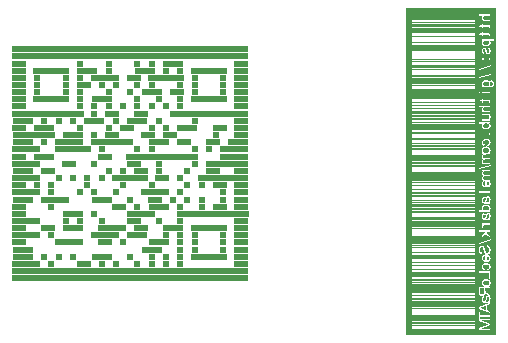
<source format=gbo>
G04*
G04 #@! TF.GenerationSoftware,Altium Limited,Altium Designer,19.1.5 (86)*
G04*
G04 Layer_Color=32896*
%FSLAX44Y44*%
%MOMM*%
G71*
G01*
G75*
%ADD57R,20.0000X0.6060*%
%ADD58R,20.0000X0.6060*%
%ADD59R,1.2120X0.6060*%
%ADD60R,0.6060X0.6060*%
%ADD61R,0.6060X0.6060*%
%ADD62R,1.2120X0.6060*%
%ADD63R,2.4240X0.6060*%
%ADD64R,3.0300X0.6060*%
%ADD65R,1.8180X0.6060*%
%ADD66R,0.6070X0.6060*%
%ADD67R,1.2120X0.6060*%
%ADD68R,0.6060X0.6060*%
%ADD69R,1.8180X0.6060*%
%ADD70R,2.4250X0.6060*%
%ADD71R,3.0300X0.6060*%
%ADD72R,2.4240X0.6060*%
%ADD73R,1.8190X0.6060*%
%ADD74R,1.2120X0.6060*%
%ADD75R,1.2120X0.6070*%
%ADD76R,0.6060X0.6070*%
%ADD77R,1.2120X0.6070*%
%ADD78R,0.6060X0.6070*%
%ADD79R,2.4240X0.6070*%
%ADD80R,6.0610X0.6060*%
%ADD81R,2.4240X0.6060*%
%ADD82R,0.6070X0.6060*%
%ADD83R,2.4240X0.6060*%
%ADD84R,0.6070X0.6060*%
%ADD85R,0.6060X0.6060*%
%ADD86R,4.2420X0.6060*%
%ADD87R,3.6360X0.6060*%
%ADD88R,1.2130X0.6060*%
%ADD89R,6.0610X0.6060*%
%ADD90R,3.0310X0.6060*%
%ADD91R,2.4250X0.6060*%
%ADD92R,1.8190X0.6060*%
%ADD93R,3.6360X0.6060*%
%ADD94R,1.8190X0.6060*%
%ADD95R,1.8180X0.6060*%
%ADD96R,0.6070X0.6060*%
%ADD97R,6.6670X0.6060*%
%ADD98R,1.2120X0.6070*%
%ADD99R,0.6060X0.6070*%
%ADD100R,0.6060X0.6070*%
%ADD101R,1.2120X0.6070*%
%ADD102R,3.0300X0.6060*%
G36*
X538000Y49140D02*
X461706D01*
Y326000D01*
X538000D01*
Y49140D01*
D02*
G37*
%LPC*%
G36*
X520126Y320920D02*
X466786D01*
Y320614D01*
X520126D01*
Y320920D01*
D02*
G37*
G36*
Y320000D02*
X466786D01*
Y319694D01*
X520126D01*
Y320000D01*
D02*
G37*
G36*
Y319387D02*
X466786D01*
Y318774D01*
X520126D01*
Y319387D01*
D02*
G37*
G36*
Y318468D02*
X466786D01*
Y317854D01*
X520126D01*
Y318468D01*
D02*
G37*
G36*
Y317548D02*
X466786D01*
Y317241D01*
X520126D01*
Y317548D01*
D02*
G37*
G36*
Y316935D02*
X466786D01*
Y316628D01*
X520126D01*
Y316935D01*
D02*
G37*
G36*
Y316015D02*
X466786D01*
Y315709D01*
X520126D01*
Y316015D01*
D02*
G37*
G36*
Y315402D02*
X466786D01*
Y315096D01*
X520126D01*
Y315402D01*
D02*
G37*
G36*
X532920Y320462D02*
X523158D01*
Y319258D01*
X526650D01*
X526635Y319243D01*
X526605Y319213D01*
X526560Y319169D01*
X526501Y319109D01*
X526427Y319020D01*
X526338Y318931D01*
X526263Y318812D01*
X526159Y318678D01*
X526070Y318530D01*
X525996Y318381D01*
X525832Y318010D01*
X525773Y317817D01*
X525728Y317609D01*
X525699Y317386D01*
X525684Y317148D01*
Y317014D01*
X525699Y316866D01*
X525728Y316687D01*
X525758Y316479D01*
X525817Y316257D01*
X525892Y316019D01*
X525996Y315796D01*
X526011Y315766D01*
X526055Y315707D01*
X526129Y315603D01*
X526219Y315469D01*
X526338Y315335D01*
X526486Y315201D01*
X526664Y315068D01*
X526857Y314964D01*
X526887Y314949D01*
X526962Y314919D01*
X527080Y314890D01*
X527259Y314830D01*
X527482Y314785D01*
X527764Y314756D01*
X528076Y314726D01*
X528447Y314711D01*
X532920D01*
Y315915D01*
X528284D01*
X528135Y315930D01*
X527927Y315959D01*
X527719Y316019D01*
X527511Y316078D01*
X527303Y316182D01*
X527125Y316316D01*
X527110Y316331D01*
X527066Y316390D01*
X526991Y316479D01*
X526917Y316598D01*
X526843Y316747D01*
X526768Y316940D01*
X526724Y317148D01*
X526709Y317401D01*
Y317490D01*
X526724Y317594D01*
X526739Y317728D01*
X526783Y317876D01*
X526828Y318054D01*
X526902Y318233D01*
X526991Y318411D01*
X527006Y318426D01*
X527036Y318485D01*
X527110Y318560D01*
X527184Y318664D01*
X527303Y318768D01*
X527422Y318887D01*
X527586Y318976D01*
X527749Y319065D01*
X527764Y319080D01*
X527838Y319095D01*
X527942Y319124D01*
X528091Y319154D01*
X528284Y319199D01*
X528507Y319228D01*
X528759Y319243D01*
X529057Y319258D01*
X532920D01*
Y320462D01*
D02*
G37*
G36*
X520126Y314482D02*
X466786D01*
Y314176D01*
X520126D01*
Y314482D01*
D02*
G37*
G36*
Y313563D02*
X466786D01*
Y313256D01*
X520126D01*
Y313563D01*
D02*
G37*
G36*
Y312950D02*
X466786D01*
Y312643D01*
X520126D01*
Y312950D01*
D02*
G37*
G36*
Y312337D02*
X466786D01*
Y312030D01*
X520126D01*
Y312337D01*
D02*
G37*
G36*
Y311723D02*
X466786D01*
Y311110D01*
X520126D01*
Y311723D01*
D02*
G37*
G36*
Y310804D02*
X466786D01*
Y310191D01*
X520126D01*
Y310804D01*
D02*
G37*
G36*
Y309578D02*
X466786D01*
Y309271D01*
X520126D01*
Y309578D01*
D02*
G37*
G36*
X526783Y312232D02*
X525847D01*
Y311341D01*
X524109D01*
X523381Y310137D01*
X525847D01*
Y308934D01*
X526783D01*
Y310137D01*
X531092D01*
X531196Y310122D01*
X531419Y310107D01*
X531508Y310093D01*
X531583Y310078D01*
X531612Y310063D01*
X531672Y310033D01*
X531746Y309974D01*
X531820Y309884D01*
X531835Y309855D01*
X531850Y309780D01*
X531880Y309647D01*
X531895Y309468D01*
Y309320D01*
X531880Y309245D01*
Y309156D01*
X531850Y308934D01*
X532905Y308770D01*
Y308800D01*
X532920Y308859D01*
X532935Y308948D01*
X532950Y309082D01*
X532979Y309216D01*
X532994Y309364D01*
X533009Y309676D01*
Y309780D01*
X532994Y309899D01*
X532979Y310048D01*
X532965Y310211D01*
X532920Y310390D01*
X532875Y310553D01*
X532816Y310702D01*
X532801Y310716D01*
X532771Y310761D01*
X532727Y310821D01*
X532667Y310895D01*
X532593Y310984D01*
X532504Y311058D01*
X532400Y311147D01*
X532281Y311207D01*
X532266D01*
X532207Y311222D01*
X532118Y311252D01*
X531969Y311266D01*
X531776Y311296D01*
X531672Y311311D01*
X531538Y311326D01*
X531390D01*
X531226Y311341D01*
X526783D01*
Y312232D01*
D02*
G37*
G36*
X520126Y308965D02*
X466786D01*
Y308658D01*
X520126D01*
Y308965D01*
D02*
G37*
G36*
Y308045D02*
X466786D01*
Y307738D01*
X520126D01*
Y308045D01*
D02*
G37*
G36*
Y307432D02*
X466786D01*
Y307125D01*
X520126D01*
Y307432D01*
D02*
G37*
G36*
Y306512D02*
X466786D01*
Y306206D01*
X520126D01*
Y306512D01*
D02*
G37*
G36*
Y305592D02*
X466786D01*
Y305286D01*
X520126D01*
Y305592D01*
D02*
G37*
G36*
Y304979D02*
X466786D01*
Y304673D01*
X520126D01*
Y304979D01*
D02*
G37*
G36*
Y304366D02*
X466786D01*
Y304060D01*
X520126D01*
Y304366D01*
D02*
G37*
G36*
Y303753D02*
X466786D01*
Y303140D01*
X520126D01*
Y303753D01*
D02*
G37*
G36*
Y302833D02*
X466786D01*
Y302220D01*
X520126D01*
Y302833D01*
D02*
G37*
G36*
X526783Y305214D02*
X525847D01*
Y304322D01*
X524109D01*
X523381Y303119D01*
X525847D01*
Y301915D01*
X526783D01*
Y303119D01*
X531092D01*
X531196Y303104D01*
X531419Y303089D01*
X531508Y303074D01*
X531583Y303059D01*
X531612Y303044D01*
X531672Y303015D01*
X531746Y302955D01*
X531820Y302866D01*
X531835Y302836D01*
X531850Y302762D01*
X531880Y302628D01*
X531895Y302450D01*
Y302301D01*
X531880Y302227D01*
Y302138D01*
X531850Y301915D01*
X532905Y301752D01*
Y301781D01*
X532920Y301841D01*
X532935Y301930D01*
X532950Y302064D01*
X532979Y302197D01*
X532994Y302346D01*
X533009Y302658D01*
Y302762D01*
X532994Y302881D01*
X532979Y303029D01*
X532965Y303193D01*
X532920Y303371D01*
X532875Y303535D01*
X532816Y303683D01*
X532801Y303698D01*
X532771Y303743D01*
X532727Y303802D01*
X532667Y303876D01*
X532593Y303966D01*
X532504Y304040D01*
X532400Y304129D01*
X532281Y304188D01*
X532266D01*
X532207Y304203D01*
X532118Y304233D01*
X531969Y304248D01*
X531776Y304278D01*
X531672Y304293D01*
X531538Y304307D01*
X531390D01*
X531226Y304322D01*
X526783D01*
Y305214D01*
D02*
G37*
G36*
X520126Y301607D02*
X466786D01*
Y301301D01*
X520126D01*
Y301607D01*
D02*
G37*
G36*
Y300994D02*
X466786D01*
Y300688D01*
X520126D01*
Y300994D01*
D02*
G37*
G36*
Y300074D02*
X466786D01*
Y299768D01*
X520126D01*
Y300074D01*
D02*
G37*
G36*
Y299461D02*
X466786D01*
Y299155D01*
X520126D01*
Y299461D01*
D02*
G37*
G36*
Y298542D02*
X466786D01*
Y298235D01*
X520126D01*
Y298542D01*
D02*
G37*
G36*
Y297622D02*
X466786D01*
Y297316D01*
X520126D01*
Y297622D01*
D02*
G37*
G36*
Y297009D02*
X466786D01*
Y296702D01*
X520126D01*
Y297009D01*
D02*
G37*
G36*
Y296396D02*
X466786D01*
Y295783D01*
X520126D01*
Y296396D01*
D02*
G37*
G36*
Y295476D02*
X466786D01*
Y294863D01*
X520126D01*
Y295476D01*
D02*
G37*
G36*
Y294557D02*
X466786D01*
Y294250D01*
X520126D01*
Y294557D01*
D02*
G37*
G36*
Y293637D02*
X466786D01*
Y293330D01*
X520126D01*
Y293637D01*
D02*
G37*
G36*
X535624Y299406D02*
X525847D01*
Y298307D01*
X526768D01*
X526739Y298292D01*
X526679Y298247D01*
X526590Y298158D01*
X526471Y298054D01*
X526338Y297935D01*
X526204Y297787D01*
X526070Y297623D01*
X525966Y297445D01*
X525951Y297415D01*
X525921Y297356D01*
X525877Y297252D01*
X525817Y297118D01*
X525773Y296940D01*
X525728Y296747D01*
X525699Y296524D01*
X525684Y296271D01*
Y296122D01*
X525713Y295944D01*
X525743Y295736D01*
X525802Y295484D01*
X525877Y295216D01*
X525996Y294949D01*
X526159Y294681D01*
Y294666D01*
X526174Y294652D01*
X526248Y294562D01*
X526352Y294443D01*
X526501Y294280D01*
X526679Y294117D01*
X526917Y293938D01*
X527170Y293775D01*
X527482Y293626D01*
X527496D01*
X527526Y293611D01*
X527571Y293596D01*
X527630Y293567D01*
X527705Y293537D01*
X527808Y293507D01*
X528031Y293448D01*
X528314Y293389D01*
X528626Y293329D01*
X528968Y293284D01*
X529339Y293270D01*
X529517D01*
X529621Y293284D01*
X529725D01*
X529993Y293314D01*
X530290Y293374D01*
X530617Y293433D01*
X530959Y293537D01*
X531300Y293671D01*
X531315D01*
X531345Y293686D01*
X531390Y293715D01*
X531449Y293745D01*
X531598Y293834D01*
X531791Y293953D01*
X531999Y294117D01*
X532222Y294310D01*
X532430Y294533D01*
X532623Y294800D01*
Y294815D01*
X532638Y294830D01*
X532667Y294874D01*
X532697Y294934D01*
X532771Y295082D01*
X532846Y295276D01*
X532935Y295513D01*
X533009Y295766D01*
X533069Y296063D01*
X533083Y296360D01*
Y296464D01*
X533069Y296568D01*
X533054Y296717D01*
X533024Y296880D01*
X532979Y297059D01*
X532920Y297252D01*
X532846Y297430D01*
X532831Y297445D01*
X532801Y297504D01*
X532742Y297594D01*
X532667Y297698D01*
X532578Y297831D01*
X532474Y297950D01*
X532341Y298084D01*
X532207Y298203D01*
X535624D01*
Y299406D01*
D02*
G37*
G36*
X520126Y293024D02*
X466786D01*
Y292717D01*
X520126D01*
Y293024D01*
D02*
G37*
G36*
Y292104D02*
X466786D01*
Y291798D01*
X520126D01*
Y292104D01*
D02*
G37*
G36*
Y291491D02*
X466786D01*
Y291184D01*
X520126D01*
Y291491D01*
D02*
G37*
G36*
Y290571D02*
X466786D01*
Y290265D01*
X520126D01*
Y290571D01*
D02*
G37*
G36*
Y289652D02*
X466786D01*
Y289345D01*
X520126D01*
Y289652D01*
D02*
G37*
G36*
Y289039D02*
X466786D01*
Y288732D01*
X520126D01*
Y289039D01*
D02*
G37*
G36*
X530810Y292485D02*
X530617Y291296D01*
X530647D01*
X530736Y291281D01*
X530869Y291236D01*
X531033Y291192D01*
X531211Y291117D01*
X531390Y291028D01*
X531568Y290895D01*
X531731Y290746D01*
X531746Y290731D01*
X531791Y290657D01*
X531850Y290553D01*
X531910Y290419D01*
X531984Y290226D01*
X532043Y290018D01*
X532088Y289750D01*
X532103Y289468D01*
Y289334D01*
X532088Y289186D01*
X532058Y289008D01*
X532029Y288799D01*
X531969Y288591D01*
X531880Y288398D01*
X531776Y288235D01*
X531761Y288220D01*
X531716Y288175D01*
X531642Y288101D01*
X531553Y288027D01*
X531434Y287967D01*
X531286Y287893D01*
X531137Y287848D01*
X530974Y287834D01*
X530899D01*
X530840Y287848D01*
X530736Y287878D01*
X530647Y287923D01*
X530528Y287982D01*
X530424Y288071D01*
X530335Y288190D01*
X530320Y288205D01*
X530305Y288250D01*
X530275Y288324D01*
X530216Y288443D01*
X530171Y288606D01*
X530097Y288814D01*
X530052Y288948D01*
X530023Y289082D01*
X529978Y289245D01*
X529933Y289424D01*
Y289438D01*
X529919Y289483D01*
X529904Y289543D01*
X529874Y289632D01*
X529844Y289750D01*
X529814Y289869D01*
X529725Y290152D01*
X529636Y290449D01*
X529547Y290761D01*
X529443Y291043D01*
X529398Y291162D01*
X529354Y291266D01*
X529339Y291281D01*
X529309Y291355D01*
X529250Y291444D01*
X529175Y291548D01*
X529086Y291682D01*
X528968Y291801D01*
X528834Y291935D01*
X528685Y292039D01*
X528670Y292054D01*
X528611Y292083D01*
X528522Y292113D01*
X528403Y292158D01*
X528269Y292217D01*
X528106Y292247D01*
X527927Y292276D01*
X527734Y292291D01*
X527660D01*
X527556Y292276D01*
X527452Y292262D01*
X527318Y292247D01*
X527170Y292202D01*
X527006Y292158D01*
X526857Y292083D01*
X526843Y292069D01*
X526783Y292039D01*
X526709Y291994D01*
X526620Y291920D01*
X526516Y291846D01*
X526412Y291742D01*
X526293Y291623D01*
X526189Y291489D01*
X526174Y291474D01*
X526159Y291430D01*
X526115Y291370D01*
X526070Y291281D01*
X526011Y291177D01*
X525951Y291043D01*
X525892Y290895D01*
X525832Y290731D01*
Y290702D01*
X525802Y290642D01*
X525788Y290553D01*
X525758Y290419D01*
X525728Y290256D01*
X525713Y290092D01*
X525684Y289899D01*
Y289557D01*
X525699Y289394D01*
X525713Y289201D01*
X525743Y288963D01*
X525788Y288725D01*
X525847Y288473D01*
X525936Y288235D01*
Y288220D01*
X525951Y288205D01*
X525981Y288131D01*
X526040Y288012D01*
X526100Y287878D01*
X526204Y287730D01*
X526308Y287566D01*
X526441Y287418D01*
X526590Y287299D01*
X526605Y287284D01*
X526664Y287254D01*
X526754Y287195D01*
X526872Y287120D01*
X527021Y287061D01*
X527214Y286987D01*
X527422Y286927D01*
X527660Y286868D01*
X527823Y288042D01*
X527794D01*
X527734Y288057D01*
X527630Y288086D01*
X527511Y288131D01*
X527378Y288190D01*
X527244Y288279D01*
X527095Y288384D01*
X526976Y288517D01*
X526962Y288532D01*
X526932Y288591D01*
X526872Y288681D01*
X526813Y288799D01*
X526768Y288948D01*
X526709Y289141D01*
X526679Y289349D01*
X526664Y289602D01*
Y289736D01*
X526679Y289884D01*
X526694Y290063D01*
X526739Y290256D01*
X526783Y290449D01*
X526857Y290642D01*
X526947Y290791D01*
X526962Y290805D01*
X526991Y290850D01*
X527051Y290895D01*
X527125Y290954D01*
X527214Y291028D01*
X527333Y291073D01*
X527452Y291117D01*
X527586Y291132D01*
X527630D01*
X527675Y291117D01*
X527734D01*
X527868Y291073D01*
X528017Y290999D01*
X528031Y290984D01*
X528046Y290969D01*
X528120Y290880D01*
X528180Y290820D01*
X528224Y290746D01*
X528284Y290642D01*
X528329Y290538D01*
Y290523D01*
X528343Y290494D01*
X528358Y290434D01*
X528388Y290330D01*
X528433Y290196D01*
X528492Y290003D01*
X528551Y289765D01*
X528596Y289632D01*
X528641Y289468D01*
Y289453D01*
X528656Y289409D01*
X528670Y289349D01*
X528700Y289260D01*
X528730Y289156D01*
X528759Y289037D01*
X528834Y288770D01*
X528923Y288473D01*
X529027Y288175D01*
X529116Y287908D01*
X529161Y287789D01*
X529205Y287685D01*
X529220Y287655D01*
X529250Y287596D01*
X529294Y287507D01*
X529354Y287403D01*
X529443Y287269D01*
X529562Y287135D01*
X529681Y287016D01*
X529829Y286898D01*
X529844Y286883D01*
X529904Y286853D01*
X529993Y286808D01*
X530112Y286749D01*
X530260Y286689D01*
X530438Y286645D01*
X530632Y286615D01*
X530855Y286600D01*
X530959D01*
X531077Y286615D01*
X531211Y286645D01*
X531390Y286689D01*
X531583Y286749D01*
X531776Y286838D01*
X531984Y286957D01*
X532014Y286972D01*
X532073Y287016D01*
X532162Y287106D01*
X532281Y287225D01*
X532415Y287358D01*
X532548Y287537D01*
X532682Y287745D01*
X532801Y287982D01*
X532816Y288012D01*
X532846Y288101D01*
X532890Y288235D01*
X532935Y288413D01*
X532994Y288636D01*
X533039Y288889D01*
X533069Y289171D01*
X533083Y289468D01*
Y289602D01*
X533069Y289691D01*
Y289810D01*
X533054Y289944D01*
X533009Y290256D01*
X532950Y290597D01*
X532846Y290939D01*
X532712Y291281D01*
X532623Y291430D01*
X532519Y291578D01*
Y291593D01*
X532489Y291608D01*
X532415Y291697D01*
X532281Y291816D01*
X532088Y291964D01*
X531850Y292113D01*
X531553Y292262D01*
X531211Y292395D01*
X530810Y292485D01*
D02*
G37*
G36*
X520126Y288425D02*
X466786D01*
Y287812D01*
X520126D01*
Y288425D01*
D02*
G37*
G36*
Y287506D02*
X466786D01*
Y287199D01*
X520126D01*
Y287506D01*
D02*
G37*
G36*
Y286893D02*
X466786D01*
Y286280D01*
X520126D01*
Y286893D01*
D02*
G37*
G36*
Y285667D02*
X466786D01*
Y285360D01*
X520126D01*
Y285667D01*
D02*
G37*
G36*
Y285053D02*
X466786D01*
Y284747D01*
X520126D01*
Y285053D01*
D02*
G37*
G36*
Y284134D02*
X466786D01*
Y283827D01*
X520126D01*
Y284134D01*
D02*
G37*
G36*
Y283214D02*
X466786D01*
Y282908D01*
X520126D01*
Y283214D01*
D02*
G37*
G36*
Y282601D02*
X466786D01*
Y282294D01*
X520126D01*
Y282601D01*
D02*
G37*
G36*
X532920Y283133D02*
X531553D01*
Y281766D01*
X532920D01*
Y283133D01*
D02*
G37*
G36*
X527214D02*
X525847D01*
Y281766D01*
X527214D01*
Y283133D01*
D02*
G37*
G36*
X520126Y281681D02*
X466786D01*
Y281375D01*
X520126D01*
Y281681D01*
D02*
G37*
G36*
Y281068D02*
X466786D01*
Y280762D01*
X520126D01*
Y281068D01*
D02*
G37*
G36*
Y280149D02*
X466786D01*
Y279535D01*
X520126D01*
Y280149D01*
D02*
G37*
G36*
Y279229D02*
X466786D01*
Y278616D01*
X520126D01*
Y279229D01*
D02*
G37*
G36*
Y278309D02*
X466786D01*
Y278003D01*
X520126D01*
Y278309D01*
D02*
G37*
G36*
Y277696D02*
X466786D01*
Y277390D01*
X520126D01*
Y277696D01*
D02*
G37*
G36*
Y277083D02*
X466786D01*
Y276776D01*
X520126D01*
Y277083D01*
D02*
G37*
G36*
Y276163D02*
X466786D01*
Y275857D01*
X520126D01*
Y276163D01*
D02*
G37*
G36*
Y275244D02*
X466786D01*
Y274937D01*
X520126D01*
Y275244D01*
D02*
G37*
G36*
Y274631D02*
X466786D01*
Y274324D01*
X520126D01*
Y274631D01*
D02*
G37*
G36*
X533083Y277348D02*
X522994Y274525D01*
Y273574D01*
X533083Y276397D01*
Y277348D01*
D02*
G37*
G36*
X520126Y273711D02*
X466786D01*
Y273404D01*
X520126D01*
Y273711D01*
D02*
G37*
G36*
Y273098D02*
X466786D01*
Y272485D01*
X520126D01*
Y273098D01*
D02*
G37*
G36*
Y272178D02*
X466786D01*
Y271872D01*
X520126D01*
Y272178D01*
D02*
G37*
G36*
Y271565D02*
X466786D01*
Y270952D01*
X520126D01*
Y271565D01*
D02*
G37*
G36*
Y270645D02*
X466786D01*
Y270339D01*
X520126D01*
Y270645D01*
D02*
G37*
G36*
Y269726D02*
X466786D01*
Y269419D01*
X520126D01*
Y269726D01*
D02*
G37*
G36*
Y269113D02*
X466786D01*
Y268806D01*
X520126D01*
Y269113D01*
D02*
G37*
G36*
Y268193D02*
X466786D01*
Y267886D01*
X520126D01*
Y268193D01*
D02*
G37*
G36*
Y267273D02*
X466786D01*
Y266967D01*
X520126D01*
Y267273D01*
D02*
G37*
G36*
X533083Y270330D02*
X522994Y267507D01*
Y266556D01*
X533083Y269379D01*
Y270330D01*
D02*
G37*
G36*
X520126Y266660D02*
X466786D01*
Y266354D01*
X520126D01*
Y266660D01*
D02*
G37*
G36*
Y265741D02*
X466786D01*
Y265434D01*
X520126D01*
Y265741D01*
D02*
G37*
G36*
Y265127D02*
X466786D01*
Y264514D01*
X520126D01*
Y265127D01*
D02*
G37*
G36*
Y264208D02*
X466786D01*
Y263901D01*
X520126D01*
Y264208D01*
D02*
G37*
G36*
Y263595D02*
X466786D01*
Y262982D01*
X520126D01*
Y263595D01*
D02*
G37*
G36*
Y262675D02*
X466786D01*
Y262369D01*
X520126D01*
Y262675D01*
D02*
G37*
G36*
Y261755D02*
X466786D01*
Y261449D01*
X520126D01*
Y261755D01*
D02*
G37*
G36*
Y261142D02*
X466786D01*
Y260836D01*
X520126D01*
Y261142D01*
D02*
G37*
G36*
Y260223D02*
X466786D01*
Y259916D01*
X520126D01*
Y260223D01*
D02*
G37*
G36*
Y259610D02*
X466786D01*
Y259303D01*
X520126D01*
Y259610D01*
D02*
G37*
G36*
X529354Y264775D02*
X529175D01*
X529086Y264760D01*
X528982D01*
X528745Y264730D01*
X528447Y264686D01*
X528135Y264626D01*
X527808Y264537D01*
X527482Y264418D01*
X527467D01*
X527437Y264403D01*
X527392Y264374D01*
X527333Y264344D01*
X527184Y264270D01*
X526991Y264151D01*
X526783Y263988D01*
X526560Y263809D01*
X526352Y263601D01*
X526159Y263349D01*
Y263334D01*
X526144Y263319D01*
X526115Y263274D01*
X526085Y263230D01*
X526011Y263081D01*
X525921Y262888D01*
X525832Y262635D01*
X525758Y262368D01*
X525699Y262056D01*
X525684Y261714D01*
Y261595D01*
X525699Y261506D01*
X525713Y261402D01*
X525743Y261268D01*
X525817Y260986D01*
X525862Y260823D01*
X525936Y260659D01*
X526011Y260481D01*
X526115Y260303D01*
X526233Y260139D01*
X526367Y259961D01*
X526531Y259797D01*
X526709Y259649D01*
X525847D01*
Y258549D01*
X532237D01*
X532370Y258564D01*
X532519D01*
X532697Y258579D01*
X532875Y258594D01*
X533247Y258638D01*
X533633Y258698D01*
X533990Y258772D01*
X534153Y258831D01*
X534287Y258891D01*
X534302D01*
X534317Y258906D01*
X534406Y258950D01*
X534525Y259039D01*
X534688Y259143D01*
X534866Y259292D01*
X535045Y259470D01*
X535223Y259693D01*
X535387Y259946D01*
Y259961D01*
X535401Y259976D01*
X535416Y260020D01*
X535446Y260080D01*
X535520Y260228D01*
X535580Y260436D01*
X535654Y260704D01*
X535728Y261016D01*
X535773Y261357D01*
X535788Y261744D01*
Y261863D01*
X535773Y261952D01*
Y262056D01*
X535758Y262190D01*
X535714Y262472D01*
X535639Y262799D01*
X535550Y263141D01*
X535401Y263482D01*
X535208Y263794D01*
Y263809D01*
X535179Y263824D01*
X535104Y263913D01*
X534971Y264032D01*
X534777Y264181D01*
X534540Y264314D01*
X534242Y264433D01*
X533901Y264508D01*
X533708Y264537D01*
X533499D01*
X533663Y263378D01*
X533693D01*
X533752Y263363D01*
X533841Y263334D01*
X533960Y263304D01*
X534094Y263244D01*
X534228Y263170D01*
X534347Y263081D01*
X534450Y262962D01*
X534465Y262947D01*
X534510Y262873D01*
X534554Y262784D01*
X534614Y262635D01*
X534688Y262472D01*
X534733Y262264D01*
X534777Y262011D01*
X534792Y261744D01*
Y261610D01*
X534777Y261462D01*
X534748Y261268D01*
X534703Y261060D01*
X534644Y260852D01*
X534569Y260644D01*
X534450Y260466D01*
X534436Y260451D01*
X534391Y260392D01*
X534317Y260317D01*
X534213Y260213D01*
X534079Y260109D01*
X533930Y260020D01*
X533737Y259931D01*
X533529Y259857D01*
X533514D01*
X533455Y259842D01*
X533351Y259827D01*
X533202Y259812D01*
X532994Y259782D01*
X532861D01*
X532727Y259767D01*
X531999D01*
X532014Y259782D01*
X532043Y259797D01*
X532088Y259842D01*
X532147Y259901D01*
X532207Y259990D01*
X532296Y260080D01*
X532459Y260303D01*
X532623Y260585D01*
X532771Y260926D01*
X532831Y261105D01*
X532875Y261298D01*
X532905Y261506D01*
X532920Y261714D01*
Y261848D01*
X532905Y261952D01*
X532890Y262071D01*
X532861Y262219D01*
X532831Y262368D01*
X532786Y262546D01*
X532742Y262724D01*
X532667Y262903D01*
X532578Y263096D01*
X532474Y263274D01*
X532355Y263467D01*
X532222Y263646D01*
X532058Y263809D01*
X531880Y263973D01*
X531865Y263988D01*
X531835Y264002D01*
X531776Y264047D01*
X531687Y264091D01*
X531583Y264151D01*
X531464Y264225D01*
X531330Y264300D01*
X531167Y264374D01*
X530988Y264448D01*
X530795Y264522D01*
X530587Y264582D01*
X530364Y264656D01*
X529889Y264745D01*
X529621Y264760D01*
X529354Y264775D01*
D02*
G37*
G36*
X520126Y258690D02*
X466786D01*
Y258383D01*
X520126D01*
Y258690D01*
D02*
G37*
G36*
Y257770D02*
X466786D01*
Y257464D01*
X520126D01*
Y257770D01*
D02*
G37*
G36*
Y257157D02*
X466786D01*
Y256850D01*
X520126D01*
Y257157D01*
D02*
G37*
G36*
Y256544D02*
X466786D01*
Y256237D01*
X520126D01*
Y256544D01*
D02*
G37*
G36*
Y255931D02*
X466786D01*
Y255624D01*
X520126D01*
Y255931D01*
D02*
G37*
G36*
Y255011D02*
X466786D01*
Y254398D01*
X520126D01*
Y255011D01*
D02*
G37*
G36*
X532920Y255008D02*
X525847D01*
Y253804D01*
X532920D01*
Y255008D01*
D02*
G37*
G36*
X524525D02*
X523158D01*
Y253804D01*
X524525D01*
Y255008D01*
D02*
G37*
G36*
X520126Y254091D02*
X466786D01*
Y253478D01*
X520126D01*
Y254091D01*
D02*
G37*
G36*
Y253172D02*
X466786D01*
Y252865D01*
X520126D01*
Y253172D01*
D02*
G37*
G36*
Y252252D02*
X466786D01*
Y251946D01*
X520126D01*
Y252252D01*
D02*
G37*
G36*
Y251639D02*
X466786D01*
Y251333D01*
X520126D01*
Y251639D01*
D02*
G37*
G36*
Y250720D02*
X466786D01*
Y250413D01*
X520126D01*
Y250720D01*
D02*
G37*
G36*
Y249800D02*
X466786D01*
Y249493D01*
X520126D01*
Y249800D01*
D02*
G37*
G36*
Y249187D02*
X466786D01*
Y248880D01*
X520126D01*
Y249187D01*
D02*
G37*
G36*
Y248574D02*
X466786D01*
Y247960D01*
X520126D01*
Y248574D01*
D02*
G37*
G36*
Y247654D02*
X466786D01*
Y247347D01*
X520126D01*
Y247654D01*
D02*
G37*
G36*
Y246734D02*
X466786D01*
Y246121D01*
X520126D01*
Y246734D01*
D02*
G37*
G36*
X526783Y249067D02*
X525847D01*
Y248175D01*
X524109D01*
X523381Y246971D01*
X525847D01*
Y245768D01*
X526783D01*
Y246971D01*
X531092D01*
X531196Y246957D01*
X531419Y246942D01*
X531508Y246927D01*
X531583Y246912D01*
X531612Y246897D01*
X531672Y246867D01*
X531746Y246808D01*
X531820Y246719D01*
X531835Y246689D01*
X531850Y246615D01*
X531880Y246481D01*
X531895Y246303D01*
Y246154D01*
X531880Y246080D01*
Y245991D01*
X531850Y245768D01*
X532905Y245604D01*
Y245634D01*
X532920Y245694D01*
X532935Y245783D01*
X532950Y245916D01*
X532979Y246050D01*
X532994Y246199D01*
X533009Y246511D01*
Y246615D01*
X532994Y246734D01*
X532979Y246882D01*
X532965Y247046D01*
X532920Y247224D01*
X532875Y247388D01*
X532816Y247536D01*
X532801Y247551D01*
X532771Y247596D01*
X532727Y247655D01*
X532667Y247729D01*
X532593Y247818D01*
X532504Y247893D01*
X532400Y247982D01*
X532281Y248041D01*
X532266D01*
X532207Y248056D01*
X532118Y248086D01*
X531969Y248101D01*
X531776Y248130D01*
X531672Y248145D01*
X531538Y248160D01*
X531390D01*
X531226Y248175D01*
X526783D01*
Y249067D01*
D02*
G37*
G36*
X520126Y245815D02*
X466786D01*
Y245508D01*
X520126D01*
Y245815D01*
D02*
G37*
G36*
Y245201D02*
X466786D01*
Y244895D01*
X520126D01*
Y245201D01*
D02*
G37*
G36*
Y244282D02*
X466786D01*
Y243975D01*
X520126D01*
Y244282D01*
D02*
G37*
G36*
Y243669D02*
X466786D01*
Y243362D01*
X520126D01*
Y243669D01*
D02*
G37*
G36*
Y242749D02*
X466786D01*
Y242442D01*
X520126D01*
Y242749D01*
D02*
G37*
G36*
Y241829D02*
X466786D01*
Y241523D01*
X520126D01*
Y241829D01*
D02*
G37*
G36*
Y241216D02*
X466786D01*
Y240910D01*
X520126D01*
Y241216D01*
D02*
G37*
G36*
Y240603D02*
X466786D01*
Y240297D01*
X520126D01*
Y240603D01*
D02*
G37*
G36*
Y239990D02*
X466786D01*
Y239377D01*
X520126D01*
Y239990D01*
D02*
G37*
G36*
Y239070D02*
X466786D01*
Y238457D01*
X520126D01*
Y239070D01*
D02*
G37*
G36*
Y237844D02*
X466786D01*
Y237538D01*
X520126D01*
Y237844D01*
D02*
G37*
G36*
X532920Y243259D02*
X523158D01*
Y242056D01*
X526650D01*
X526635Y242041D01*
X526605Y242011D01*
X526560Y241966D01*
X526501Y241907D01*
X526427Y241818D01*
X526338Y241729D01*
X526263Y241610D01*
X526159Y241476D01*
X526070Y241327D01*
X525996Y241179D01*
X525832Y240807D01*
X525773Y240614D01*
X525728Y240406D01*
X525699Y240183D01*
X525684Y239946D01*
Y239812D01*
X525699Y239663D01*
X525728Y239485D01*
X525758Y239277D01*
X525817Y239054D01*
X525892Y238816D01*
X525996Y238594D01*
X526011Y238564D01*
X526055Y238504D01*
X526129Y238400D01*
X526219Y238267D01*
X526338Y238133D01*
X526486Y237999D01*
X526664Y237865D01*
X526857Y237761D01*
X526887Y237747D01*
X526962Y237717D01*
X527080Y237687D01*
X527259Y237628D01*
X527482Y237583D01*
X527764Y237553D01*
X528076Y237524D01*
X528447Y237509D01*
X532920D01*
Y238712D01*
X528284D01*
X528135Y238727D01*
X527927Y238757D01*
X527719Y238816D01*
X527511Y238876D01*
X527303Y238980D01*
X527125Y239114D01*
X527110Y239128D01*
X527066Y239188D01*
X526991Y239277D01*
X526917Y239396D01*
X526843Y239544D01*
X526768Y239738D01*
X526724Y239946D01*
X526709Y240198D01*
Y240287D01*
X526724Y240391D01*
X526739Y240525D01*
X526783Y240674D01*
X526828Y240852D01*
X526902Y241030D01*
X526991Y241209D01*
X527006Y241224D01*
X527036Y241283D01*
X527110Y241357D01*
X527184Y241461D01*
X527303Y241565D01*
X527422Y241684D01*
X527586Y241773D01*
X527749Y241862D01*
X527764Y241877D01*
X527838Y241892D01*
X527942Y241922D01*
X528091Y241952D01*
X528284Y241996D01*
X528507Y242026D01*
X528759Y242041D01*
X529057Y242056D01*
X532920D01*
Y243259D01*
D02*
G37*
G36*
X520126Y237231D02*
X466786D01*
Y236925D01*
X520126D01*
Y237231D01*
D02*
G37*
G36*
Y236311D02*
X466786D01*
Y236005D01*
X520126D01*
Y236311D01*
D02*
G37*
G36*
Y235698D02*
X466786D01*
Y235392D01*
X520126D01*
Y235698D01*
D02*
G37*
G36*
Y234779D02*
X466786D01*
Y234472D01*
X520126D01*
Y234779D01*
D02*
G37*
G36*
Y233859D02*
X466786D01*
Y233552D01*
X520126D01*
Y233859D01*
D02*
G37*
G36*
Y233246D02*
X466786D01*
Y232633D01*
X520126D01*
Y233246D01*
D02*
G37*
G36*
Y232020D02*
X466786D01*
Y231713D01*
X520126D01*
Y232020D01*
D02*
G37*
G36*
Y231407D02*
X466786D01*
Y231100D01*
X520126D01*
Y231407D01*
D02*
G37*
G36*
X530513Y236256D02*
X525847D01*
Y235052D01*
X530097D01*
X530290Y235037D01*
X530498D01*
X530706Y235022D01*
X530899Y235007D01*
X531048Y234993D01*
X531063D01*
X531122Y234963D01*
X531211Y234933D01*
X531315Y234889D01*
X531434Y234829D01*
X531568Y234740D01*
X531687Y234636D01*
X531791Y234517D01*
X531806Y234502D01*
X531835Y234443D01*
X531880Y234368D01*
X531924Y234265D01*
X531969Y234131D01*
X532014Y233982D01*
X532043Y233804D01*
X532058Y233611D01*
Y233522D01*
X532043Y233418D01*
X532029Y233284D01*
X531999Y233135D01*
X531939Y232972D01*
X531880Y232794D01*
X531791Y232615D01*
X531776Y232600D01*
X531731Y232541D01*
X531672Y232452D01*
X531583Y232348D01*
X531479Y232244D01*
X531345Y232125D01*
X531196Y232036D01*
X531033Y231947D01*
X531003Y231932D01*
X530944Y231917D01*
X530840Y231887D01*
X530676Y231842D01*
X530483Y231798D01*
X530245Y231768D01*
X529963Y231753D01*
X529651Y231738D01*
X525847D01*
Y230535D01*
X532920D01*
Y231605D01*
X531895D01*
X531910Y231620D01*
X531939Y231649D01*
X531999Y231694D01*
X532073Y231753D01*
X532177Y231842D01*
X532266Y231947D01*
X532385Y232065D01*
X532489Y232199D01*
X532593Y232348D01*
X532712Y232511D01*
X532801Y232704D01*
X532890Y232897D01*
X532979Y233120D01*
X533039Y233343D01*
X533069Y233596D01*
X533083Y233848D01*
Y233953D01*
X533069Y234071D01*
X533054Y234235D01*
X533024Y234413D01*
X532979Y234606D01*
X532920Y234814D01*
X532846Y235022D01*
X532831Y235052D01*
X532801Y235112D01*
X532757Y235201D01*
X532682Y235319D01*
X532593Y235453D01*
X532489Y235587D01*
X532385Y235706D01*
X532251Y235825D01*
X532237Y235840D01*
X532192Y235869D01*
X532103Y235914D01*
X531999Y235958D01*
X531865Y236033D01*
X531716Y236092D01*
X531553Y236152D01*
X531360Y236196D01*
X531345D01*
X531286Y236211D01*
X531211D01*
X531092Y236226D01*
X530929Y236241D01*
X530736D01*
X530513Y236256D01*
D02*
G37*
G36*
X520126Y230793D02*
X466786D01*
Y230487D01*
X520126D01*
Y230793D01*
D02*
G37*
G36*
Y230180D02*
X466786D01*
Y229567D01*
X520126D01*
Y230180D01*
D02*
G37*
G36*
Y229261D02*
X466786D01*
Y228954D01*
X520126D01*
Y229261D01*
D02*
G37*
G36*
Y228341D02*
X466786D01*
Y228035D01*
X520126D01*
Y228341D01*
D02*
G37*
G36*
Y227728D02*
X466786D01*
Y227421D01*
X520126D01*
Y227728D01*
D02*
G37*
G36*
Y226808D02*
X466786D01*
Y226502D01*
X520126D01*
Y226808D01*
D02*
G37*
G36*
Y225889D02*
X466786D01*
Y225582D01*
X520126D01*
Y225889D01*
D02*
G37*
G36*
Y225276D02*
X466786D01*
Y224969D01*
X520126D01*
Y225276D01*
D02*
G37*
G36*
Y224662D02*
X466786D01*
Y224049D01*
X520126D01*
Y224662D01*
D02*
G37*
G36*
Y223743D02*
X466786D01*
Y223436D01*
X520126D01*
Y223743D01*
D02*
G37*
G36*
X532920Y229237D02*
X523158D01*
Y228034D01*
X526635D01*
X526620Y228019D01*
X526590Y228004D01*
X526545Y227959D01*
X526486Y227900D01*
X526412Y227826D01*
X526338Y227736D01*
X526159Y227514D01*
X525981Y227246D01*
X525832Y226904D01*
X525773Y226726D01*
X525728Y226533D01*
X525699Y226325D01*
X525684Y226117D01*
Y225998D01*
X525699Y225879D01*
X525713Y225716D01*
X525743Y225522D01*
X525802Y225315D01*
X525862Y225106D01*
X525951Y224883D01*
X525966Y224854D01*
X525996Y224779D01*
X526055Y224676D01*
X526144Y224542D01*
X526248Y224393D01*
X526382Y224245D01*
X526531Y224081D01*
X526694Y223933D01*
X526709Y223918D01*
X526783Y223873D01*
X526887Y223799D01*
X527021Y223710D01*
X527184Y223620D01*
X527378Y223517D01*
X527601Y223427D01*
X527853Y223338D01*
X527883Y223323D01*
X527972Y223309D01*
X528106Y223264D01*
X528284Y223219D01*
X528492Y223190D01*
X528730Y223145D01*
X528997Y223130D01*
X529280Y223115D01*
X529458D01*
X529577Y223130D01*
X529740Y223145D01*
X529904Y223160D01*
X530112Y223190D01*
X530320Y223234D01*
X530765Y223338D01*
X531003Y223412D01*
X531241Y223502D01*
X531479Y223606D01*
X531702Y223724D01*
X531910Y223858D01*
X532103Y224022D01*
X532118Y224037D01*
X532147Y224066D01*
X532192Y224111D01*
X532251Y224185D01*
X532326Y224259D01*
X532415Y224363D01*
X532504Y224482D01*
X532593Y224631D01*
X532771Y224943D01*
X532935Y225300D01*
X532994Y225508D01*
X533039Y225716D01*
X533069Y225938D01*
X533083Y226176D01*
Y226295D01*
X533069Y226384D01*
X533054Y226488D01*
X533024Y226607D01*
X532950Y226889D01*
X532905Y227038D01*
X532831Y227202D01*
X532742Y227365D01*
X532638Y227528D01*
X532519Y227677D01*
X532385Y227840D01*
X532222Y227989D01*
X532043Y228123D01*
X532920D01*
Y229237D01*
D02*
G37*
G36*
X520126Y222823D02*
X466786D01*
Y222517D01*
X520126D01*
Y222823D01*
D02*
G37*
G36*
Y222210D02*
X466786D01*
Y221597D01*
X520126D01*
Y222210D01*
D02*
G37*
G36*
Y221290D02*
X466786D01*
Y220677D01*
X520126D01*
Y221290D01*
D02*
G37*
G36*
Y220064D02*
X466786D01*
Y219758D01*
X520126D01*
Y220064D01*
D02*
G37*
G36*
Y219451D02*
X466786D01*
Y219144D01*
X520126D01*
Y219451D01*
D02*
G37*
G36*
X532920Y219968D02*
X531553D01*
Y218601D01*
X532920D01*
Y219968D01*
D02*
G37*
G36*
X520126Y218838D02*
X466786D01*
Y218225D01*
X520126D01*
Y218838D01*
D02*
G37*
G36*
Y217918D02*
X466786D01*
Y217612D01*
X520126D01*
Y217918D01*
D02*
G37*
G36*
Y217305D02*
X466786D01*
Y216999D01*
X520126D01*
Y217305D01*
D02*
G37*
G36*
Y216386D02*
X466786D01*
Y216079D01*
X520126D01*
Y216386D01*
D02*
G37*
G36*
Y215772D02*
X466786D01*
Y215466D01*
X520126D01*
Y215772D01*
D02*
G37*
G36*
Y214853D02*
X466786D01*
Y214546D01*
X520126D01*
Y214853D01*
D02*
G37*
G36*
Y213933D02*
X466786D01*
Y213627D01*
X520126D01*
Y213933D01*
D02*
G37*
G36*
Y213320D02*
X466786D01*
Y212707D01*
X520126D01*
Y213320D01*
D02*
G37*
G36*
Y212400D02*
X466786D01*
Y211787D01*
X520126D01*
Y212400D01*
D02*
G37*
G36*
Y211481D02*
X466786D01*
Y211174D01*
X520126D01*
Y211481D01*
D02*
G37*
G36*
Y210561D02*
X466786D01*
Y210254D01*
X520126D01*
Y210561D01*
D02*
G37*
G36*
Y209948D02*
X466786D01*
Y209641D01*
X520126D01*
Y209948D01*
D02*
G37*
G36*
Y209335D02*
X466786D01*
Y209028D01*
X520126D01*
Y209335D01*
D02*
G37*
G36*
X529413Y215148D02*
X529220D01*
X529116Y215134D01*
X529012D01*
X528730Y215104D01*
X528418Y215059D01*
X528091Y214985D01*
X527734Y214896D01*
X527407Y214777D01*
X527392D01*
X527363Y214762D01*
X527318Y214732D01*
X527259Y214703D01*
X527110Y214613D01*
X526917Y214495D01*
X526709Y214331D01*
X526501Y214138D01*
X526293Y213900D01*
X526115Y213633D01*
Y213618D01*
X526100Y213603D01*
X526070Y213559D01*
X526040Y213499D01*
X525981Y213336D01*
X525892Y213128D01*
X525817Y212890D01*
X525743Y212593D01*
X525699Y212281D01*
X525684Y211954D01*
Y211835D01*
X525699Y211761D01*
Y211656D01*
X525713Y211553D01*
X525758Y211285D01*
X525832Y210988D01*
X525936Y210661D01*
X526085Y210349D01*
X526278Y210067D01*
Y210052D01*
X526308Y210037D01*
X526382Y209948D01*
X526516Y209829D01*
X526694Y209680D01*
X526932Y209517D01*
X527214Y209368D01*
X527556Y209235D01*
X527927Y209130D01*
X528106Y210289D01*
X528091D01*
X528076Y210304D01*
X527987Y210319D01*
X527868Y210364D01*
X527705Y210423D01*
X527526Y210512D01*
X527348Y210616D01*
X527184Y210735D01*
X527036Y210884D01*
X527021Y210899D01*
X526976Y210958D01*
X526917Y211047D01*
X526843Y211166D01*
X526783Y211315D01*
X526724Y211478D01*
X526679Y211686D01*
X526664Y211894D01*
Y211983D01*
X526679Y212043D01*
X526694Y212206D01*
X526739Y212414D01*
X526828Y212652D01*
X526947Y212890D01*
X527095Y213142D01*
X527199Y213261D01*
X527318Y213365D01*
X527348Y213395D01*
X527392Y213410D01*
X527437Y213454D01*
X527511Y213499D01*
X527601Y213544D01*
X527705Y213588D01*
X527823Y213633D01*
X527957Y213692D01*
X528106Y213737D01*
X528284Y213781D01*
X528462Y213826D01*
X528670Y213871D01*
X528893Y213885D01*
X529131Y213915D01*
X529517D01*
X529621Y213900D01*
X529740D01*
X529874Y213885D01*
X530171Y213841D01*
X530513Y213781D01*
X530869Y213692D01*
X531181Y213559D01*
X531330Y213469D01*
X531464Y213380D01*
X531493Y213351D01*
X531568Y213276D01*
X531672Y213157D01*
X531776Y212994D01*
X531895Y212801D01*
X531999Y212548D01*
X532073Y212281D01*
X532088Y212132D01*
X532103Y211969D01*
Y211850D01*
X532073Y211716D01*
X532043Y211553D01*
X531999Y211374D01*
X531924Y211166D01*
X531820Y210973D01*
X531672Y210795D01*
X531657Y210780D01*
X531583Y210720D01*
X531493Y210631D01*
X531345Y210542D01*
X531152Y210438D01*
X530929Y210334D01*
X530647Y210245D01*
X530335Y210186D01*
X530498Y209012D01*
X530513D01*
X530557Y209027D01*
X530617Y209041D01*
X530691Y209056D01*
X530795Y209086D01*
X530914Y209116D01*
X531196Y209205D01*
X531493Y209338D01*
X531820Y209517D01*
X532118Y209740D01*
X532400Y210007D01*
Y210022D01*
X532430Y210037D01*
X532459Y210082D01*
X532504Y210141D01*
X532563Y210230D01*
X532623Y210319D01*
X532742Y210542D01*
X532861Y210824D01*
X532979Y211166D01*
X533054Y211538D01*
X533069Y211746D01*
X533083Y211954D01*
Y212087D01*
X533069Y212192D01*
X533054Y212310D01*
X533039Y212459D01*
X533009Y212607D01*
X532965Y212786D01*
X532861Y213157D01*
X532771Y213351D01*
X532682Y213544D01*
X532578Y213737D01*
X532459Y213915D01*
X532311Y214093D01*
X532147Y214272D01*
X532132Y214287D01*
X532103Y214316D01*
X532043Y214346D01*
X531969Y214405D01*
X531865Y214480D01*
X531746Y214554D01*
X531612Y214628D01*
X531449Y214703D01*
X531271Y214792D01*
X531063Y214866D01*
X530840Y214940D01*
X530587Y215015D01*
X530335Y215074D01*
X530037Y215104D01*
X529740Y215134D01*
X529413Y215148D01*
D02*
G37*
G36*
X520126Y208415D02*
X466786D01*
Y208109D01*
X520126D01*
Y208415D01*
D02*
G37*
G36*
Y207802D02*
X466786D01*
Y207495D01*
X520126D01*
Y207802D01*
D02*
G37*
G36*
Y206882D02*
X466786D01*
Y206576D01*
X520126D01*
Y206882D01*
D02*
G37*
G36*
Y205963D02*
X466786D01*
Y205656D01*
X520126D01*
Y205963D01*
D02*
G37*
G36*
Y205350D02*
X466786D01*
Y204737D01*
X520126D01*
Y205350D01*
D02*
G37*
G36*
Y204430D02*
X466786D01*
Y204123D01*
X520126D01*
Y204430D01*
D02*
G37*
G36*
Y203817D02*
X466786D01*
Y203204D01*
X520126D01*
Y203817D01*
D02*
G37*
G36*
Y202897D02*
X466786D01*
Y202591D01*
X520126D01*
Y202897D01*
D02*
G37*
G36*
Y201978D02*
X466786D01*
Y201671D01*
X520126D01*
Y201978D01*
D02*
G37*
G36*
Y201364D02*
X466786D01*
Y201058D01*
X520126D01*
Y201364D01*
D02*
G37*
G36*
Y200445D02*
X466786D01*
Y200138D01*
X520126D01*
Y200445D01*
D02*
G37*
G36*
Y199832D02*
X466786D01*
Y199525D01*
X520126D01*
Y199832D01*
D02*
G37*
G36*
Y198912D02*
X466786D01*
Y198605D01*
X520126D01*
Y198912D01*
D02*
G37*
G36*
Y197992D02*
X466786D01*
Y197686D01*
X520126D01*
Y197992D01*
D02*
G37*
G36*
Y197379D02*
X466786D01*
Y196766D01*
X520126D01*
Y197379D01*
D02*
G37*
G36*
Y196460D02*
X466786D01*
Y195847D01*
X520126D01*
Y196460D01*
D02*
G37*
G36*
Y195540D02*
X466786D01*
Y195233D01*
X520126D01*
Y195540D01*
D02*
G37*
G36*
Y194927D02*
X466786D01*
Y194620D01*
X520126D01*
Y194927D01*
D02*
G37*
G36*
Y194007D02*
X466786D01*
Y193701D01*
X520126D01*
Y194007D01*
D02*
G37*
G36*
X529384Y208613D02*
X529294D01*
X529190Y208598D01*
X529057D01*
X528893Y208583D01*
X528715Y208554D01*
X528507Y208524D01*
X528284Y208479D01*
X528046Y208420D01*
X527808Y208346D01*
X527571Y208256D01*
X527333Y208152D01*
X527095Y208033D01*
X526872Y207885D01*
X526664Y207721D01*
X526471Y207528D01*
X526456Y207513D01*
X526441Y207484D01*
X526397Y207439D01*
X526352Y207365D01*
X526293Y207276D01*
X526219Y207172D01*
X526144Y207053D01*
X526070Y206904D01*
X526011Y206756D01*
X525936Y206592D01*
X525802Y206206D01*
X525713Y205775D01*
X525699Y205537D01*
X525684Y205299D01*
Y205166D01*
X525699Y205062D01*
X525713Y204928D01*
X525728Y204794D01*
X525758Y204631D01*
X525802Y204452D01*
X525921Y204081D01*
X525996Y203888D01*
X526085Y203680D01*
X526204Y203487D01*
X526338Y203293D01*
X526486Y203100D01*
X526545Y203036D01*
X525847D01*
Y201966D01*
X526843D01*
X526813Y201951D01*
X526754Y201907D01*
X526664Y201832D01*
X526545Y201728D01*
X526412Y201609D01*
X526278Y201461D01*
X526129Y201283D01*
X526011Y201089D01*
X525996Y201060D01*
X525966Y200985D01*
X525906Y200867D01*
X525847Y200718D01*
X525788Y200525D01*
X525728Y200317D01*
X525699Y200064D01*
X525684Y199811D01*
Y199678D01*
X525699Y199529D01*
X525728Y199351D01*
X525758Y199158D01*
X525817Y198935D01*
X525906Y198727D01*
X526011Y198534D01*
X526025Y198504D01*
X526070Y198444D01*
X526144Y198355D01*
X526248Y198251D01*
X526382Y198132D01*
X526531Y198013D01*
X526724Y197910D01*
X526932Y197820D01*
X526917Y197806D01*
X526872Y197776D01*
X526813Y197731D01*
X526739Y197672D01*
X526635Y197583D01*
X526531Y197479D01*
X526427Y197360D01*
X526308Y197226D01*
X526189Y197077D01*
X526085Y196914D01*
X525877Y196528D01*
X525802Y196320D01*
X525743Y196097D01*
X525699Y195874D01*
X525684Y195621D01*
Y195517D01*
X525699Y195443D01*
Y195354D01*
X525713Y195250D01*
X525758Y195027D01*
X525832Y194759D01*
X525936Y194492D01*
X526085Y194239D01*
X526278Y194002D01*
X526308Y193972D01*
X526382Y193912D01*
X526531Y193823D01*
X526724Y193704D01*
X526976Y193600D01*
X527274Y193511D01*
X527645Y193452D01*
X527853Y193422D01*
X532920D01*
Y194626D01*
X528224D01*
X528076Y194641D01*
X527734Y194670D01*
X527571Y194700D01*
X527437Y194744D01*
X527422D01*
X527378Y194774D01*
X527318Y194804D01*
X527244Y194849D01*
X527170Y194908D01*
X527080Y194982D01*
X526991Y195071D01*
X526917Y195175D01*
X526902Y195190D01*
X526887Y195235D01*
X526857Y195294D01*
X526813Y195369D01*
X526783Y195473D01*
X526754Y195606D01*
X526739Y195740D01*
X526724Y195889D01*
Y196008D01*
X526754Y196156D01*
X526783Y196320D01*
X526843Y196513D01*
X526932Y196721D01*
X527066Y196944D01*
X527229Y197137D01*
X527259Y197152D01*
X527318Y197211D01*
X527437Y197285D01*
X527615Y197375D01*
X527838Y197479D01*
X528106Y197553D01*
X528433Y197612D01*
X528819Y197627D01*
X532920D01*
Y198831D01*
X528195D01*
X528046Y198846D01*
X527883Y198860D01*
X527675Y198905D01*
X527482Y198950D01*
X527288Y199024D01*
X527125Y199128D01*
X527110Y199143D01*
X527066Y199187D01*
X526991Y199247D01*
X526917Y199351D01*
X526857Y199485D01*
X526783Y199648D01*
X526739Y199841D01*
X526724Y200079D01*
Y200168D01*
X526739Y200257D01*
X526754Y200391D01*
X526783Y200525D01*
X526843Y200688D01*
X526902Y200852D01*
X526991Y201015D01*
X527006Y201030D01*
X527036Y201089D01*
X527110Y201164D01*
X527184Y201253D01*
X527303Y201357D01*
X527437Y201461D01*
X527601Y201550D01*
X527779Y201639D01*
X527808Y201654D01*
X527868Y201669D01*
X527987Y201699D01*
X528150Y201728D01*
X528358Y201773D01*
X528611Y201803D01*
X528908Y201817D01*
X529250Y201832D01*
X532920D01*
Y203036D01*
X532235D01*
X532281Y203085D01*
X532474Y203323D01*
X532653Y203605D01*
Y203620D01*
X532667Y203635D01*
X532697Y203680D01*
X532712Y203739D01*
X532786Y203903D01*
X532861Y204111D01*
X532950Y204363D01*
X533009Y204646D01*
X533069Y204958D01*
X533083Y205299D01*
Y205448D01*
X533069Y205552D01*
X533054Y205671D01*
X533039Y205819D01*
X533009Y205983D01*
X532965Y206161D01*
X532846Y206533D01*
X532771Y206741D01*
X532682Y206934D01*
X532578Y207142D01*
X532444Y207335D01*
X532296Y207528D01*
X532132Y207707D01*
X532118Y207721D01*
X532088Y207751D01*
X532029Y207796D01*
X531954Y207840D01*
X531850Y207915D01*
X531731Y207989D01*
X531598Y208078D01*
X531434Y208152D01*
X531241Y208242D01*
X531048Y208331D01*
X530810Y208405D01*
X530572Y208464D01*
X530305Y208524D01*
X530023Y208568D01*
X529710Y208598D01*
X529384Y208613D01*
D02*
G37*
G36*
X520126Y193394D02*
X466786D01*
Y193088D01*
X520126D01*
Y193394D01*
D02*
G37*
G36*
Y192474D02*
X466786D01*
Y192168D01*
X520126D01*
Y192474D01*
D02*
G37*
G36*
Y191555D02*
X466786D01*
Y191248D01*
X520126D01*
Y191555D01*
D02*
G37*
G36*
Y190942D02*
X466786D01*
Y190635D01*
X520126D01*
Y190942D01*
D02*
G37*
G36*
Y190022D02*
X466786D01*
Y189715D01*
X520126D01*
Y190022D01*
D02*
G37*
G36*
X533083Y193127D02*
X522994Y190304D01*
Y189353D01*
X533083Y192176D01*
Y193127D01*
D02*
G37*
G36*
X520126Y189409D02*
X466786D01*
Y188796D01*
X520126D01*
Y189409D01*
D02*
G37*
G36*
Y188489D02*
X466786D01*
Y188183D01*
X520126D01*
Y188489D01*
D02*
G37*
G36*
Y187876D02*
X466786D01*
Y187263D01*
X520126D01*
Y187876D01*
D02*
G37*
G36*
Y186957D02*
X466786D01*
Y186650D01*
X520126D01*
Y186957D01*
D02*
G37*
G36*
Y186037D02*
X466786D01*
Y185730D01*
X520126D01*
Y186037D01*
D02*
G37*
G36*
Y185424D02*
X466786D01*
Y185117D01*
X520126D01*
Y185424D01*
D02*
G37*
G36*
Y184504D02*
X466786D01*
Y184198D01*
X520126D01*
Y184504D01*
D02*
G37*
G36*
Y183891D02*
X466786D01*
Y183584D01*
X520126D01*
Y183891D01*
D02*
G37*
G36*
Y182971D02*
X466786D01*
Y182665D01*
X520126D01*
Y182971D01*
D02*
G37*
G36*
Y182052D02*
X466786D01*
Y181745D01*
X520126D01*
Y182052D01*
D02*
G37*
G36*
Y181439D02*
X466786D01*
Y180826D01*
X520126D01*
Y181439D01*
D02*
G37*
G36*
Y180519D02*
X466786D01*
Y179906D01*
X520126D01*
Y180519D01*
D02*
G37*
G36*
Y179599D02*
X466786D01*
Y179293D01*
X520126D01*
Y179599D01*
D02*
G37*
G36*
Y178986D02*
X466786D01*
Y178680D01*
X520126D01*
Y178986D01*
D02*
G37*
G36*
Y178067D02*
X466786D01*
Y177760D01*
X520126D01*
Y178067D01*
D02*
G37*
G36*
Y177453D02*
X466786D01*
Y177147D01*
X520126D01*
Y177453D01*
D02*
G37*
G36*
Y176534D02*
X466786D01*
Y176227D01*
X520126D01*
Y176534D01*
D02*
G37*
G36*
Y175921D02*
X466786D01*
Y175614D01*
X520126D01*
Y175921D01*
D02*
G37*
G36*
Y175001D02*
X466786D01*
Y174694D01*
X520126D01*
Y175001D01*
D02*
G37*
G36*
X532920Y188999D02*
X525847D01*
Y187929D01*
X526843D01*
X526813Y187914D01*
X526754Y187870D01*
X526664Y187796D01*
X526545Y187691D01*
X526412Y187573D01*
X526278Y187424D01*
X526129Y187246D01*
X526011Y187052D01*
X525996Y187023D01*
X525966Y186949D01*
X525906Y186830D01*
X525847Y186681D01*
X525788Y186488D01*
X525728Y186280D01*
X525699Y186027D01*
X525684Y185775D01*
Y185641D01*
X525699Y185492D01*
X525728Y185314D01*
X525758Y185121D01*
X525817Y184898D01*
X525906Y184690D01*
X526011Y184497D01*
X526025Y184467D01*
X526070Y184408D01*
X526144Y184319D01*
X526248Y184214D01*
X526382Y184096D01*
X526531Y183977D01*
X526724Y183873D01*
X526932Y183784D01*
X526917Y183769D01*
X526872Y183739D01*
X526813Y183694D01*
X526739Y183635D01*
X526635Y183546D01*
X526531Y183442D01*
X526427Y183323D01*
X526308Y183189D01*
X526189Y183041D01*
X526085Y182877D01*
X525877Y182491D01*
X525802Y182283D01*
X525743Y182060D01*
X525699Y181837D01*
X525684Y181584D01*
Y181480D01*
X525699Y181406D01*
Y181317D01*
X525713Y181213D01*
X525758Y180990D01*
X525832Y180723D01*
X525936Y180455D01*
X526085Y180203D01*
X526278Y179965D01*
X526308Y179935D01*
X526382Y179876D01*
X526531Y179786D01*
X526724Y179668D01*
X526769Y179649D01*
X526679Y179573D01*
X526664Y179559D01*
X526635Y179529D01*
X526590Y179484D01*
X526516Y179410D01*
X526441Y179321D01*
X526367Y179202D01*
X526278Y179083D01*
X526174Y178935D01*
X526085Y178771D01*
X525996Y178593D01*
X525921Y178400D01*
X525832Y178177D01*
X525773Y177954D01*
X525728Y177716D01*
X525699Y177463D01*
X525684Y177196D01*
Y177062D01*
X525699Y176958D01*
X525713Y176839D01*
X525728Y176691D01*
X525758Y176542D01*
X525802Y176364D01*
X525921Y176007D01*
X525996Y175814D01*
X526100Y175621D01*
X526204Y175428D01*
X526338Y175235D01*
X526486Y175056D01*
X526664Y174878D01*
X526679Y174863D01*
X526709Y174834D01*
X526768Y174789D01*
X526843Y174729D01*
X526947Y174670D01*
X527066Y174596D01*
X527199Y174507D01*
X527363Y174417D01*
X527556Y174343D01*
X527749Y174254D01*
X527972Y174180D01*
X528224Y174105D01*
X528477Y174061D01*
X528759Y174016D01*
X529057Y173986D01*
X529384Y173972D01*
X529562D01*
X529696Y173986D01*
Y179247D01*
X529740D01*
X529814Y179232D01*
X529889D01*
X529993Y179217D01*
X530097Y179202D01*
X530364Y179143D01*
X530647Y179053D01*
X530944Y178949D01*
X531241Y178786D01*
X531493Y178593D01*
X531523Y178563D01*
X531583Y178489D01*
X531687Y178355D01*
X531791Y178192D01*
X531910Y177969D01*
X532014Y177716D01*
X532073Y177434D01*
X532103Y177122D01*
Y177003D01*
X532088Y176884D01*
X532058Y176735D01*
X532014Y176557D01*
X531954Y176364D01*
X531880Y176171D01*
X531761Y175993D01*
X531746Y175978D01*
X531687Y175918D01*
X531612Y175829D01*
X531479Y175725D01*
X531330Y175606D01*
X531137Y175487D01*
X530899Y175368D01*
X530632Y175250D01*
X530795Y174016D01*
X530810D01*
X530840Y174031D01*
X530899Y174046D01*
X530974Y174076D01*
X531063Y174105D01*
X531167Y174150D01*
X531419Y174269D01*
X531687Y174417D01*
X531969Y174596D01*
X532251Y174834D01*
X532489Y175101D01*
Y175116D01*
X532519Y175131D01*
X532548Y175175D01*
X532578Y175250D01*
X532623Y175324D01*
X532682Y175413D01*
X532727Y175517D01*
X532786Y175651D01*
X532890Y175933D01*
X532994Y176290D01*
X533054Y176676D01*
X533083Y177122D01*
Y177270D01*
X533069Y177374D01*
X533054Y177508D01*
X533039Y177657D01*
X533009Y177820D01*
X532965Y178013D01*
X532846Y178400D01*
X532771Y178608D01*
X532682Y178801D01*
X532578Y179009D01*
X532444Y179202D01*
X532304Y179385D01*
X532920D01*
Y180589D01*
X528224D01*
X528076Y180604D01*
X527734Y180633D01*
X527571Y180663D01*
X527437Y180708D01*
X527422D01*
X527378Y180737D01*
X527318Y180767D01*
X527244Y180812D01*
X527170Y180871D01*
X527080Y180945D01*
X526991Y181035D01*
X526917Y181139D01*
X526902Y181154D01*
X526887Y181198D01*
X526857Y181257D01*
X526813Y181332D01*
X526783Y181436D01*
X526754Y181570D01*
X526739Y181703D01*
X526724Y181852D01*
Y181971D01*
X526754Y182119D01*
X526783Y182283D01*
X526843Y182476D01*
X526932Y182684D01*
X527066Y182907D01*
X527229Y183100D01*
X527259Y183115D01*
X527318Y183174D01*
X527437Y183249D01*
X527615Y183338D01*
X527838Y183442D01*
X528106Y183516D01*
X528433Y183575D01*
X528819Y183590D01*
X532920D01*
Y184794D01*
X528195D01*
X528046Y184809D01*
X527883Y184824D01*
X527675Y184868D01*
X527482Y184913D01*
X527288Y184987D01*
X527125Y185091D01*
X527110Y185106D01*
X527066Y185151D01*
X526991Y185210D01*
X526917Y185314D01*
X526857Y185448D01*
X526783Y185611D01*
X526739Y185804D01*
X526724Y186042D01*
Y186131D01*
X526739Y186220D01*
X526754Y186354D01*
X526783Y186488D01*
X526843Y186651D01*
X526902Y186815D01*
X526991Y186978D01*
X527006Y186993D01*
X527036Y187052D01*
X527110Y187127D01*
X527184Y187216D01*
X527303Y187320D01*
X527437Y187424D01*
X527601Y187513D01*
X527779Y187602D01*
X527808Y187617D01*
X527868Y187632D01*
X527987Y187662D01*
X528150Y187691D01*
X528358Y187736D01*
X528611Y187766D01*
X528908Y187781D01*
X529250Y187796D01*
X532920D01*
Y188999D01*
D02*
G37*
G36*
X520126Y174081D02*
X466786D01*
Y173775D01*
X520126D01*
Y174081D01*
D02*
G37*
G36*
Y173468D02*
X466786D01*
Y172855D01*
X520126D01*
Y173468D01*
D02*
G37*
G36*
Y172549D02*
X466786D01*
Y172242D01*
X520126D01*
Y172549D01*
D02*
G37*
G36*
Y171935D02*
X466786D01*
Y171322D01*
X520126D01*
Y171935D01*
D02*
G37*
G36*
Y170709D02*
X466786D01*
Y170403D01*
X520126D01*
Y170709D01*
D02*
G37*
G36*
Y170096D02*
X466786D01*
Y169790D01*
X520126D01*
Y170096D01*
D02*
G37*
G36*
X532920Y170817D02*
X523158D01*
Y169613D01*
X532920D01*
Y170817D01*
D02*
G37*
G36*
X520126Y169483D02*
X466786D01*
Y169177D01*
X520126D01*
Y169483D01*
D02*
G37*
G36*
Y168563D02*
X466786D01*
Y168257D01*
X520126D01*
Y168563D01*
D02*
G37*
G36*
Y167950D02*
X466786D01*
Y167644D01*
X520126D01*
Y167950D01*
D02*
G37*
G36*
Y167031D02*
X466786D01*
Y166724D01*
X520126D01*
Y167031D01*
D02*
G37*
G36*
Y166111D02*
X466786D01*
Y165804D01*
X520126D01*
Y166111D01*
D02*
G37*
G36*
Y165498D02*
X466786D01*
Y165191D01*
X520126D01*
Y165498D01*
D02*
G37*
G36*
Y164885D02*
X466786D01*
Y164272D01*
X520126D01*
Y164885D01*
D02*
G37*
G36*
Y163965D02*
X466786D01*
Y163659D01*
X520126D01*
Y163965D01*
D02*
G37*
G36*
Y163352D02*
X466786D01*
Y163045D01*
X520126D01*
Y163352D01*
D02*
G37*
G36*
Y162432D02*
X466786D01*
Y161819D01*
X520126D01*
Y162432D01*
D02*
G37*
G36*
X531063Y166458D02*
X530974D01*
X530869Y166443D01*
X530751Y166428D01*
X530602Y166399D01*
X530438Y166369D01*
X530275Y166309D01*
X530112Y166235D01*
X530097Y166220D01*
X530037Y166190D01*
X529963Y166146D01*
X529859Y166072D01*
X529755Y165982D01*
X529636Y165864D01*
X529532Y165745D01*
X529428Y165611D01*
X529413Y165596D01*
X529384Y165537D01*
X529339Y165462D01*
X529280Y165358D01*
X529205Y165225D01*
X529146Y165091D01*
X529086Y164928D01*
X529027Y164749D01*
Y164734D01*
X529012Y164675D01*
X528997Y164601D01*
X528968Y164482D01*
X528938Y164333D01*
X528908Y164140D01*
X528878Y163932D01*
X528849Y163679D01*
Y163664D01*
X528834Y163620D01*
Y163546D01*
X528819Y163442D01*
X528804Y163323D01*
X528789Y163189D01*
X528730Y162862D01*
X528670Y162520D01*
X528611Y162164D01*
X528522Y161822D01*
X528477Y161673D01*
X528433Y161540D01*
X528388D01*
X528299Y161525D01*
X528002D01*
X527868Y161540D01*
X527719Y161569D01*
X527556Y161614D01*
X527378Y161673D01*
X527229Y161748D01*
X527095Y161866D01*
X527080Y161881D01*
X527036Y161956D01*
X526962Y162060D01*
X526887Y162208D01*
X526813Y162402D01*
X526739Y162639D01*
X526694Y162922D01*
X526679Y163234D01*
Y163367D01*
X526694Y163516D01*
X526709Y163709D01*
X526754Y163917D01*
X526798Y164110D01*
X526872Y164318D01*
X526976Y164482D01*
X526991Y164497D01*
X527036Y164541D01*
X527110Y164615D01*
X527214Y164705D01*
X527363Y164809D01*
X527541Y164898D01*
X527764Y165002D01*
X528017Y165076D01*
X527853Y166250D01*
X527838D01*
X527823Y166235D01*
X527734Y166220D01*
X527601Y166176D01*
X527422Y166131D01*
X527229Y166057D01*
X527036Y165968D01*
X526828Y165864D01*
X526650Y165730D01*
X526635Y165715D01*
X526575Y165656D01*
X526486Y165581D01*
X526382Y165462D01*
X526278Y165314D01*
X526159Y165121D01*
X526040Y164913D01*
X525936Y164675D01*
Y164660D01*
X525921Y164645D01*
X525906Y164601D01*
X525892Y164556D01*
X525862Y164407D01*
X525802Y164214D01*
X525758Y163976D01*
X525728Y163709D01*
X525699Y163397D01*
X525684Y163070D01*
Y162922D01*
X525699Y162758D01*
X525713Y162550D01*
X525743Y162312D01*
X525773Y162060D01*
X525832Y161822D01*
X525906Y161599D01*
X525921Y161569D01*
X525936Y161510D01*
X525996Y161406D01*
X526055Y161287D01*
X526129Y161153D01*
X526219Y161005D01*
X526323Y160886D01*
X526441Y160767D01*
X526456Y160752D01*
X526501Y160722D01*
X526560Y160678D01*
X526664Y160618D01*
X526783Y160559D01*
X526917Y160499D01*
X527080Y160440D01*
X527259Y160396D01*
X527274D01*
X527318Y160381D01*
X527392Y160366D01*
X527511Y160351D01*
X527660D01*
X527853Y160336D01*
X528076Y160321D01*
X530513D01*
X530855Y160306D01*
X531226D01*
X531568Y160292D01*
X531731Y160277D01*
X531865D01*
X531984Y160262D01*
X532088Y160247D01*
X532103D01*
X532162Y160232D01*
X532251Y160217D01*
X532355Y160187D01*
X532474Y160143D01*
X532623Y160083D01*
X532920Y159950D01*
Y161198D01*
X532905Y161213D01*
X532861Y161228D01*
X532771Y161257D01*
X532667Y161302D01*
X532534Y161346D01*
X532385Y161376D01*
X532222Y161406D01*
X532029Y161436D01*
X532058Y161465D01*
X532118Y161555D01*
X532222Y161673D01*
X532341Y161852D01*
X532489Y162045D01*
X532623Y162268D01*
X532742Y162491D01*
X532846Y162728D01*
X532861Y162758D01*
X532875Y162832D01*
X532920Y162951D01*
X532965Y163115D01*
X533009Y163323D01*
X533039Y163546D01*
X533069Y163783D01*
X533083Y164051D01*
Y164155D01*
X533069Y164244D01*
Y164333D01*
X533054Y164452D01*
X533009Y164705D01*
X532950Y165002D01*
X532846Y165284D01*
X532712Y165581D01*
X532519Y165834D01*
X532489Y165864D01*
X532415Y165938D01*
X532296Y166027D01*
X532118Y166146D01*
X531910Y166265D01*
X531672Y166354D01*
X531375Y166428D01*
X531063Y166458D01*
D02*
G37*
G36*
X520126Y161513D02*
X466786D01*
Y161206D01*
X520126D01*
Y161513D01*
D02*
G37*
G36*
Y160593D02*
X466786D01*
Y160286D01*
X520126D01*
Y160593D01*
D02*
G37*
G36*
Y159980D02*
X466786D01*
Y159673D01*
X520126D01*
Y159980D01*
D02*
G37*
G36*
Y159060D02*
X466786D01*
Y158754D01*
X520126D01*
Y159060D01*
D02*
G37*
G36*
Y158141D02*
X466786D01*
Y157834D01*
X520126D01*
Y158141D01*
D02*
G37*
G36*
Y157528D02*
X466786D01*
Y156914D01*
X520126D01*
Y157528D01*
D02*
G37*
G36*
Y156608D02*
X466786D01*
Y156301D01*
X520126D01*
Y156608D01*
D02*
G37*
G36*
Y155995D02*
X466786D01*
Y155688D01*
X520126D01*
Y155995D01*
D02*
G37*
G36*
Y155075D02*
X466786D01*
Y154768D01*
X520126D01*
Y155075D01*
D02*
G37*
G36*
Y154462D02*
X466786D01*
Y153849D01*
X520126D01*
Y154462D01*
D02*
G37*
G36*
X529398Y159469D02*
X529220D01*
X529131Y159454D01*
X529012D01*
X528759Y159425D01*
X528462Y159380D01*
X528150Y159321D01*
X527808Y159246D01*
X527482Y159128D01*
X527467D01*
X527437Y159113D01*
X527392Y159083D01*
X527333Y159053D01*
X527184Y158979D01*
X526991Y158860D01*
X526768Y158712D01*
X526545Y158533D01*
X526338Y158325D01*
X526144Y158073D01*
Y158058D01*
X526129Y158043D01*
X526070Y157954D01*
X525996Y157805D01*
X525906Y157612D01*
X525832Y157374D01*
X525758Y157107D01*
X525699Y156810D01*
X525684Y156497D01*
Y156393D01*
X525699Y156275D01*
X525713Y156111D01*
X525758Y155948D01*
X525802Y155754D01*
X525877Y155561D01*
X525966Y155368D01*
X525981Y155338D01*
X526011Y155279D01*
X526070Y155190D01*
X526159Y155071D01*
X526248Y154952D01*
X526367Y154804D01*
X526516Y154670D01*
X526664Y154551D01*
X523158D01*
Y153347D01*
X532920D01*
Y154462D01*
X532043D01*
X532058Y154477D01*
X532088Y154492D01*
X532132Y154536D01*
X532207Y154595D01*
X532281Y154655D01*
X532370Y154744D01*
X532459Y154848D01*
X532563Y154967D01*
X532653Y155101D01*
X532757Y155249D01*
X532846Y155413D01*
X532920Y155576D01*
X532994Y155769D01*
X533039Y155977D01*
X533069Y156200D01*
X533083Y156438D01*
Y156527D01*
X533069Y156587D01*
X533054Y156750D01*
X533024Y156943D01*
X532965Y157196D01*
X532890Y157449D01*
X532771Y157731D01*
X532623Y157998D01*
Y158013D01*
X532608Y158028D01*
X532534Y158117D01*
X532430Y158236D01*
X532281Y158399D01*
X532103Y158563D01*
X531880Y158756D01*
X531627Y158919D01*
X531330Y159083D01*
X531315D01*
X531286Y159098D01*
X531241Y159113D01*
X531181Y159142D01*
X531107Y159172D01*
X531003Y159202D01*
X530765Y159276D01*
X530483Y159350D01*
X530156Y159410D01*
X529800Y159454D01*
X529398Y159469D01*
D02*
G37*
G36*
X520126Y153542D02*
X466786D01*
Y153236D01*
X520126D01*
Y153542D01*
D02*
G37*
G36*
Y152623D02*
X466786D01*
Y152316D01*
X520126D01*
Y152623D01*
D02*
G37*
G36*
Y152009D02*
X466786D01*
Y151703D01*
X520126D01*
Y152009D01*
D02*
G37*
G36*
Y151090D02*
X466786D01*
Y150783D01*
X520126D01*
Y151090D01*
D02*
G37*
G36*
Y150170D02*
X466786D01*
Y149864D01*
X520126D01*
Y150170D01*
D02*
G37*
G36*
Y149557D02*
X466786D01*
Y149251D01*
X520126D01*
Y149557D01*
D02*
G37*
G36*
Y148944D02*
X466786D01*
Y148637D01*
X520126D01*
Y148944D01*
D02*
G37*
G36*
Y148331D02*
X466786D01*
Y147718D01*
X520126D01*
Y148331D01*
D02*
G37*
G36*
X531063Y152421D02*
X530974D01*
X530869Y152406D01*
X530751Y152391D01*
X530602Y152362D01*
X530438Y152332D01*
X530275Y152273D01*
X530112Y152198D01*
X530097Y152183D01*
X530037Y152154D01*
X529963Y152109D01*
X529859Y152035D01*
X529755Y151946D01*
X529636Y151827D01*
X529532Y151708D01*
X529428Y151574D01*
X529413Y151559D01*
X529384Y151500D01*
X529339Y151426D01*
X529280Y151322D01*
X529205Y151188D01*
X529146Y151054D01*
X529086Y150891D01*
X529027Y150712D01*
Y150697D01*
X529012Y150638D01*
X528997Y150564D01*
X528968Y150445D01*
X528938Y150296D01*
X528908Y150103D01*
X528878Y149895D01*
X528849Y149642D01*
Y149628D01*
X528834Y149583D01*
Y149509D01*
X528819Y149405D01*
X528804Y149286D01*
X528789Y149152D01*
X528730Y148825D01*
X528670Y148483D01*
X528611Y148127D01*
X528522Y147785D01*
X528477Y147637D01*
X528433Y147503D01*
X528388D01*
X528299Y147488D01*
X528002D01*
X527868Y147503D01*
X527719Y147533D01*
X527556Y147577D01*
X527378Y147637D01*
X527229Y147711D01*
X527095Y147830D01*
X527080Y147845D01*
X527036Y147919D01*
X526962Y148023D01*
X526887Y148172D01*
X526813Y148365D01*
X526739Y148602D01*
X526694Y148885D01*
X526679Y149197D01*
Y149331D01*
X526694Y149479D01*
X526709Y149672D01*
X526754Y149880D01*
X526798Y150073D01*
X526872Y150281D01*
X526976Y150445D01*
X526991Y150460D01*
X527036Y150504D01*
X527110Y150579D01*
X527214Y150668D01*
X527363Y150772D01*
X527541Y150861D01*
X527764Y150965D01*
X528017Y151039D01*
X527853Y152213D01*
X527838D01*
X527823Y152198D01*
X527734Y152183D01*
X527601Y152139D01*
X527422Y152094D01*
X527229Y152020D01*
X527036Y151931D01*
X526828Y151827D01*
X526650Y151693D01*
X526635Y151678D01*
X526575Y151619D01*
X526486Y151545D01*
X526382Y151426D01*
X526278Y151277D01*
X526159Y151084D01*
X526040Y150876D01*
X525936Y150638D01*
Y150623D01*
X525921Y150608D01*
X525906Y150564D01*
X525892Y150519D01*
X525862Y150371D01*
X525802Y150177D01*
X525758Y149940D01*
X525728Y149672D01*
X525699Y149360D01*
X525684Y149033D01*
Y148885D01*
X525699Y148721D01*
X525713Y148513D01*
X525743Y148275D01*
X525773Y148023D01*
X525832Y147785D01*
X525906Y147562D01*
X525921Y147533D01*
X525936Y147473D01*
X525996Y147369D01*
X526055Y147250D01*
X526129Y147116D01*
X526219Y146968D01*
X526323Y146849D01*
X526441Y146730D01*
X526456Y146715D01*
X526501Y146686D01*
X526560Y146641D01*
X526664Y146582D01*
X526783Y146522D01*
X526917Y146463D01*
X527080Y146403D01*
X527259Y146359D01*
X527274D01*
X527318Y146344D01*
X527392Y146329D01*
X527511Y146314D01*
X527660D01*
X527853Y146299D01*
X528076Y146284D01*
X530513D01*
X530855Y146270D01*
X531226D01*
X531568Y146255D01*
X531731Y146240D01*
X531865D01*
X531984Y146225D01*
X532088Y146210D01*
X532103D01*
X532162Y146195D01*
X532251Y146180D01*
X532355Y146151D01*
X532474Y146106D01*
X532623Y146047D01*
X532920Y145913D01*
Y147161D01*
X532905Y147176D01*
X532861Y147191D01*
X532771Y147220D01*
X532667Y147265D01*
X532534Y147310D01*
X532385Y147339D01*
X532222Y147369D01*
X532029Y147399D01*
X532058Y147429D01*
X532118Y147518D01*
X532222Y147637D01*
X532341Y147815D01*
X532489Y148008D01*
X532623Y148231D01*
X532742Y148454D01*
X532846Y148692D01*
X532861Y148721D01*
X532875Y148796D01*
X532920Y148914D01*
X532965Y149078D01*
X533009Y149286D01*
X533039Y149509D01*
X533069Y149747D01*
X533083Y150014D01*
Y150118D01*
X533069Y150207D01*
Y150296D01*
X533054Y150415D01*
X533009Y150668D01*
X532950Y150965D01*
X532846Y151247D01*
X532712Y151545D01*
X532519Y151797D01*
X532489Y151827D01*
X532415Y151901D01*
X532296Y151990D01*
X532118Y152109D01*
X531910Y152228D01*
X531672Y152317D01*
X531375Y152391D01*
X531063Y152421D01*
D02*
G37*
G36*
X520126Y147105D02*
X466786D01*
Y146798D01*
X520126D01*
Y147105D01*
D02*
G37*
G36*
Y146492D02*
X466786D01*
Y145878D01*
X520126D01*
Y146492D01*
D02*
G37*
G36*
Y145572D02*
X466786D01*
Y145265D01*
X520126D01*
Y145572D01*
D02*
G37*
G36*
Y144652D02*
X466786D01*
Y144346D01*
X520126D01*
Y144652D01*
D02*
G37*
G36*
Y144039D02*
X466786D01*
Y143733D01*
X520126D01*
Y144039D01*
D02*
G37*
G36*
Y143119D02*
X466786D01*
Y142813D01*
X520126D01*
Y143119D01*
D02*
G37*
G36*
Y142200D02*
X466786D01*
Y141893D01*
X520126D01*
Y142200D01*
D02*
G37*
G36*
Y141587D02*
X466786D01*
Y140974D01*
X520126D01*
Y141587D01*
D02*
G37*
G36*
Y140667D02*
X466786D01*
Y140360D01*
X520126D01*
Y140667D01*
D02*
G37*
G36*
Y140054D02*
X466786D01*
Y139747D01*
X520126D01*
Y140054D01*
D02*
G37*
G36*
X532920Y143478D02*
X525847D01*
Y142394D01*
X526902D01*
X526887Y142379D01*
X526798Y142319D01*
X526664Y142245D01*
X526516Y142156D01*
X526352Y142037D01*
X526189Y141903D01*
X526040Y141785D01*
X525936Y141651D01*
X525921Y141636D01*
X525892Y141591D01*
X525862Y141517D01*
X525802Y141413D01*
X525758Y141309D01*
X525728Y141175D01*
X525699Y141027D01*
X525684Y140878D01*
Y140774D01*
X525699Y140655D01*
X525728Y140492D01*
X525788Y140314D01*
X525847Y140105D01*
X525951Y139883D01*
X526085Y139645D01*
X527184Y140076D01*
X527170Y140091D01*
X527140Y140150D01*
X527095Y140239D01*
X527051Y140343D01*
X527006Y140477D01*
X526962Y140626D01*
X526932Y140789D01*
X526917Y140953D01*
Y141012D01*
X526932Y141086D01*
X526947Y141190D01*
X526976Y141294D01*
X527021Y141413D01*
X527080Y141532D01*
X527155Y141651D01*
X527170Y141666D01*
X527199Y141695D01*
X527259Y141755D01*
X527333Y141814D01*
X527422Y141889D01*
X527541Y141963D01*
X527675Y142022D01*
X527823Y142082D01*
X527853Y142097D01*
X527927Y142112D01*
X528061Y142141D01*
X528239Y142171D01*
X528447Y142215D01*
X528685Y142245D01*
X528938Y142260D01*
X529220Y142275D01*
X532920D01*
Y143478D01*
D02*
G37*
G36*
X520126Y139134D02*
X466786D01*
Y138828D01*
X520126D01*
Y139134D01*
D02*
G37*
G36*
Y138521D02*
X466786D01*
Y137908D01*
X520126D01*
Y138521D01*
D02*
G37*
G36*
Y137602D02*
X466786D01*
Y137295D01*
X520126D01*
Y137602D01*
D02*
G37*
G36*
Y136682D02*
X466786D01*
Y136375D01*
X520126D01*
Y136682D01*
D02*
G37*
G36*
Y136069D02*
X466786D01*
Y135762D01*
X520126D01*
Y136069D01*
D02*
G37*
G36*
Y135149D02*
X466786D01*
Y134843D01*
X520126D01*
Y135149D01*
D02*
G37*
G36*
Y134229D02*
X466786D01*
Y133923D01*
X520126D01*
Y134229D01*
D02*
G37*
G36*
Y133616D02*
X466786D01*
Y133003D01*
X520126D01*
Y133616D01*
D02*
G37*
G36*
Y132697D02*
X466786D01*
Y132390D01*
X520126D01*
Y132697D01*
D02*
G37*
G36*
Y132084D02*
X466786D01*
Y131777D01*
X520126D01*
Y132084D01*
D02*
G37*
G36*
X532920Y137604D02*
X523158D01*
Y136401D01*
X528715D01*
X525847Y133563D01*
Y132002D01*
X528477Y134707D01*
X532920Y131735D01*
Y133221D01*
X529309Y135569D01*
X530112Y136401D01*
X532920D01*
Y137604D01*
D02*
G37*
G36*
X520126Y131470D02*
X466786D01*
Y130857D01*
X520126D01*
Y131470D01*
D02*
G37*
G36*
Y130244D02*
X466786D01*
Y129938D01*
X520126D01*
Y130244D01*
D02*
G37*
G36*
Y129631D02*
X466786D01*
Y129325D01*
X520126D01*
Y129631D01*
D02*
G37*
G36*
Y128712D02*
X466786D01*
Y128405D01*
X520126D01*
Y128712D01*
D02*
G37*
G36*
Y128098D02*
X466786D01*
Y127792D01*
X520126D01*
Y128098D01*
D02*
G37*
G36*
Y127179D02*
X466786D01*
Y126872D01*
X520126D01*
Y127179D01*
D02*
G37*
G36*
X533083Y129962D02*
X522994Y127139D01*
Y126188D01*
X533083Y129011D01*
Y129962D01*
D02*
G37*
G36*
X520126Y126259D02*
X466786D01*
Y125953D01*
X520126D01*
Y126259D01*
D02*
G37*
G36*
Y125646D02*
X466786D01*
Y125033D01*
X520126D01*
Y125646D01*
D02*
G37*
G36*
Y124726D02*
X466786D01*
Y124420D01*
X520126D01*
Y124726D01*
D02*
G37*
G36*
Y124113D02*
X466786D01*
Y123807D01*
X520126D01*
Y124113D01*
D02*
G37*
G36*
Y123500D02*
X466786D01*
Y123194D01*
X520126D01*
Y123500D01*
D02*
G37*
G36*
Y122580D02*
X466786D01*
Y121967D01*
X520126D01*
Y122580D01*
D02*
G37*
G36*
Y121661D02*
X466786D01*
Y121354D01*
X520126D01*
Y121661D01*
D02*
G37*
G36*
Y120741D02*
X466786D01*
Y120435D01*
X520126D01*
Y120741D01*
D02*
G37*
G36*
Y119822D02*
X466786D01*
Y119515D01*
X520126D01*
Y119822D01*
D02*
G37*
G36*
Y119208D02*
X466786D01*
Y118902D01*
X520126D01*
Y119208D01*
D02*
G37*
G36*
X529785Y124972D02*
X529681Y123753D01*
X529710D01*
X529800Y123738D01*
X529933Y123709D01*
X530112Y123679D01*
X530305Y123619D01*
X530513Y123560D01*
X530706Y123471D01*
X530899Y123367D01*
X530914Y123352D01*
X530974Y123307D01*
X531063Y123233D01*
X531167Y123114D01*
X531286Y122980D01*
X531419Y122817D01*
X531538Y122609D01*
X531657Y122386D01*
Y122371D01*
X531672Y122356D01*
X531702Y122267D01*
X531746Y122134D01*
X531791Y121940D01*
X531850Y121732D01*
X531895Y121465D01*
X531924Y121183D01*
X531939Y120885D01*
Y120766D01*
X531924Y120618D01*
X531910Y120455D01*
X531895Y120246D01*
X531850Y120038D01*
X531806Y119816D01*
X531731Y119593D01*
X531716Y119563D01*
X531687Y119503D01*
X531642Y119399D01*
X531568Y119281D01*
X531479Y119132D01*
X531375Y118998D01*
X531256Y118865D01*
X531122Y118746D01*
X531107Y118731D01*
X531048Y118701D01*
X530974Y118657D01*
X530869Y118597D01*
X530751Y118553D01*
X530602Y118508D01*
X530453Y118478D01*
X530290Y118463D01*
X530216D01*
X530126Y118478D01*
X530023Y118493D01*
X529889Y118523D01*
X529755Y118582D01*
X529621Y118642D01*
X529488Y118731D01*
X529473Y118746D01*
X529428Y118775D01*
X529369Y118850D01*
X529280Y118939D01*
X529190Y119058D01*
X529101Y119206D01*
X528997Y119399D01*
X528908Y119607D01*
X528893Y119622D01*
X528878Y119682D01*
X528849Y119801D01*
X528819Y119875D01*
X528789Y119964D01*
X528759Y120083D01*
X528730Y120202D01*
X528685Y120351D01*
X528641Y120499D01*
X528596Y120677D01*
X528551Y120885D01*
X528492Y121108D01*
X528433Y121346D01*
Y121361D01*
X528418Y121405D01*
X528403Y121480D01*
X528373Y121569D01*
X528343Y121673D01*
X528314Y121792D01*
X528239Y122074D01*
X528135Y122386D01*
X528031Y122698D01*
X527927Y122980D01*
X527883Y123114D01*
X527823Y123218D01*
Y123233D01*
X527808Y123248D01*
X527749Y123337D01*
X527675Y123456D01*
X527571Y123605D01*
X527437Y123783D01*
X527288Y123946D01*
X527110Y124110D01*
X526917Y124258D01*
X526887Y124273D01*
X526813Y124318D01*
X526709Y124362D01*
X526560Y124422D01*
X526382Y124496D01*
X526174Y124541D01*
X525936Y124585D01*
X525699Y124600D01*
X525565D01*
X525431Y124570D01*
X525253Y124541D01*
X525030Y124496D01*
X524807Y124422D01*
X524554Y124318D01*
X524317Y124184D01*
X524302D01*
X524287Y124169D01*
X524213Y124110D01*
X524094Y124006D01*
X523945Y123872D01*
X523797Y123709D01*
X523633Y123501D01*
X523470Y123248D01*
X523336Y122966D01*
Y122951D01*
X523321Y122936D01*
X523306Y122891D01*
X523276Y122817D01*
X523262Y122743D01*
X523232Y122654D01*
X523158Y122446D01*
X523098Y122178D01*
X523054Y121881D01*
X523009Y121539D01*
X522994Y121183D01*
Y121004D01*
X523009Y120900D01*
Y120796D01*
X523039Y120544D01*
X523083Y120246D01*
X523143Y119920D01*
X523232Y119593D01*
X523351Y119281D01*
Y119266D01*
X523366Y119251D01*
X523381Y119206D01*
X523410Y119147D01*
X523499Y118998D01*
X523603Y118805D01*
X523752Y118597D01*
X523930Y118389D01*
X524138Y118181D01*
X524376Y118003D01*
X524406Y117988D01*
X524495Y117928D01*
X524644Y117854D01*
X524822Y117780D01*
X525045Y117691D01*
X525312Y117602D01*
X525594Y117542D01*
X525906Y117512D01*
X525996Y118746D01*
X525951D01*
X525906Y118761D01*
X525847Y118775D01*
X525684Y118805D01*
X525476Y118865D01*
X525253Y118954D01*
X525030Y119073D01*
X524807Y119236D01*
X524614Y119429D01*
X524599Y119459D01*
X524539Y119533D01*
X524465Y119667D01*
X524376Y119845D01*
X524287Y120083D01*
X524213Y120380D01*
X524153Y120722D01*
X524138Y121123D01*
Y121316D01*
X524153Y121405D01*
Y121524D01*
X524198Y121777D01*
X524242Y122059D01*
X524317Y122342D01*
X524421Y122609D01*
X524495Y122728D01*
X524569Y122832D01*
X524584Y122847D01*
X524644Y122906D01*
X524733Y122995D01*
X524866Y123084D01*
X525015Y123189D01*
X525193Y123263D01*
X525387Y123322D01*
X525609Y123352D01*
X525699D01*
X525802Y123337D01*
X525921Y123307D01*
X526055Y123263D01*
X526204Y123189D01*
X526338Y123099D01*
X526471Y122980D01*
X526486Y122966D01*
X526531Y122891D01*
X526560Y122847D01*
X526605Y122787D01*
X526635Y122698D01*
X526679Y122594D01*
X526739Y122475D01*
X526798Y122342D01*
X526843Y122193D01*
X526902Y122015D01*
X526976Y121807D01*
X527036Y121584D01*
X527095Y121331D01*
X527170Y121049D01*
Y121034D01*
X527184Y120975D01*
X527199Y120900D01*
X527229Y120796D01*
X527259Y120662D01*
X527303Y120514D01*
X527378Y120187D01*
X527482Y119830D01*
X527586Y119474D01*
X527630Y119296D01*
X527690Y119147D01*
X527749Y118998D01*
X527794Y118879D01*
Y118865D01*
X527808Y118835D01*
X527838Y118805D01*
X527868Y118746D01*
X527957Y118597D01*
X528061Y118404D01*
X528210Y118196D01*
X528388Y117988D01*
X528581Y117795D01*
X528789Y117631D01*
X528819Y117616D01*
X528893Y117572D01*
X529012Y117498D01*
X529190Y117423D01*
X529384Y117349D01*
X529501Y117312D01*
X529458Y117314D01*
X529280D01*
X529161Y117299D01*
X529012Y117285D01*
X528834Y117270D01*
X528641Y117240D01*
X528433Y117195D01*
X527987Y117091D01*
X527764Y117017D01*
X527526Y116928D01*
X527303Y116824D01*
X527080Y116705D01*
X526872Y116571D01*
X526679Y116408D01*
X526664Y116393D01*
X526635Y116363D01*
X526590Y116319D01*
X526516Y116244D01*
X526441Y116155D01*
X526367Y116036D01*
X526278Y115918D01*
X526174Y115769D01*
X526085Y115605D01*
X525996Y115427D01*
X525921Y115234D01*
X525832Y115011D01*
X525773Y114788D01*
X525728Y114551D01*
X525699Y114298D01*
X525684Y114031D01*
Y113897D01*
X525699Y113793D01*
X525713Y113674D01*
X525728Y113525D01*
X525758Y113377D01*
X525802Y113198D01*
X525921Y112842D01*
X525996Y112649D01*
X526100Y112455D01*
X526204Y112262D01*
X526338Y112069D01*
X526486Y111891D01*
X526664Y111713D01*
X526679Y111698D01*
X526709Y111668D01*
X526768Y111623D01*
X526843Y111564D01*
X526947Y111504D01*
X527066Y111430D01*
X527199Y111341D01*
X527363Y111252D01*
X527556Y111178D01*
X527749Y111088D01*
X527972Y111014D01*
X528224Y110940D01*
X528477Y110895D01*
X528759Y110851D01*
X529057Y110821D01*
X529384Y110806D01*
X529562D01*
X529696Y110821D01*
Y116081D01*
X529740D01*
X529814Y116066D01*
X529889D01*
X529993Y116051D01*
X530097Y116036D01*
X530364Y115977D01*
X530647Y115888D01*
X530944Y115784D01*
X531241Y115620D01*
X531493Y115427D01*
X531523Y115398D01*
X531583Y115323D01*
X531687Y115190D01*
X531791Y115026D01*
X531910Y114803D01*
X532014Y114551D01*
X532073Y114268D01*
X532103Y113956D01*
Y113837D01*
X532088Y113718D01*
X532058Y113570D01*
X532014Y113392D01*
X531954Y113198D01*
X531880Y113005D01*
X531761Y112827D01*
X531746Y112812D01*
X531687Y112753D01*
X531612Y112663D01*
X531479Y112559D01*
X531330Y112441D01*
X531137Y112322D01*
X530899Y112203D01*
X530632Y112084D01*
X530795Y110851D01*
X530810D01*
X530840Y110865D01*
X530899Y110880D01*
X530974Y110910D01*
X531063Y110940D01*
X531167Y110984D01*
X531419Y111103D01*
X531687Y111252D01*
X531969Y111430D01*
X532251Y111668D01*
X532489Y111935D01*
Y111950D01*
X532519Y111965D01*
X532548Y112010D01*
X532578Y112084D01*
X532623Y112158D01*
X532682Y112247D01*
X532727Y112351D01*
X532786Y112485D01*
X532890Y112767D01*
X532994Y113124D01*
X533054Y113510D01*
X533083Y113956D01*
Y114105D01*
X533069Y114209D01*
X533054Y114342D01*
X533039Y114491D01*
X533009Y114655D01*
X532965Y114848D01*
X532846Y115234D01*
X532771Y115442D01*
X532682Y115635D01*
X532578Y115843D01*
X532444Y116036D01*
X532296Y116230D01*
X532132Y116408D01*
X532118Y116423D01*
X532088Y116453D01*
X532029Y116497D01*
X531954Y116542D01*
X531865Y116616D01*
X531746Y116690D01*
X531598Y116779D01*
X531434Y116854D01*
X531256Y116943D01*
X531063Y117032D01*
X530840Y117106D01*
X530602Y117166D01*
X530352Y117225D01*
X530453Y117245D01*
X530647Y117275D01*
X530869Y117319D01*
X531122Y117408D01*
X531390Y117512D01*
X531642Y117661D01*
X531672Y117676D01*
X531761Y117750D01*
X531880Y117839D01*
X532029Y117988D01*
X532207Y118166D01*
X532385Y118389D01*
X532548Y118657D01*
X532712Y118954D01*
Y118969D01*
X532727Y118998D01*
X532742Y119043D01*
X532771Y119102D01*
X532801Y119177D01*
X532831Y119266D01*
X532890Y119503D01*
X532965Y119771D01*
X533024Y120098D01*
X533069Y120440D01*
X533083Y120826D01*
Y121049D01*
X533069Y121153D01*
Y121287D01*
X533054Y121435D01*
X533039Y121599D01*
X532994Y121940D01*
X532920Y122312D01*
X532831Y122683D01*
X532712Y123040D01*
Y123055D01*
X532697Y123084D01*
X532667Y123129D01*
X532638Y123189D01*
X532548Y123352D01*
X532415Y123545D01*
X532251Y123783D01*
X532058Y124006D01*
X531820Y124243D01*
X531553Y124452D01*
X531538D01*
X531523Y124466D01*
X531479Y124496D01*
X531419Y124526D01*
X531345Y124570D01*
X531256Y124615D01*
X531033Y124704D01*
X530780Y124793D01*
X530468Y124882D01*
X530141Y124942D01*
X529785Y124972D01*
D02*
G37*
G36*
X520126Y118289D02*
X466786D01*
Y117982D01*
X520126D01*
Y118289D01*
D02*
G37*
G36*
Y117676D02*
X466786D01*
Y117063D01*
X520126D01*
Y117676D01*
D02*
G37*
G36*
Y116756D02*
X466786D01*
Y116449D01*
X520126D01*
Y116756D01*
D02*
G37*
G36*
Y116143D02*
X466786D01*
Y115530D01*
X520126D01*
Y116143D01*
D02*
G37*
G36*
Y115223D02*
X466786D01*
Y114917D01*
X520126D01*
Y115223D01*
D02*
G37*
G36*
Y114304D02*
X466786D01*
Y113997D01*
X520126D01*
Y114304D01*
D02*
G37*
G36*
Y113691D02*
X466786D01*
Y113384D01*
X520126D01*
Y113691D01*
D02*
G37*
G36*
Y113077D02*
X466786D01*
Y112464D01*
X520126D01*
Y113077D01*
D02*
G37*
G36*
Y112158D02*
X466786D01*
Y111851D01*
X520126D01*
Y112158D01*
D02*
G37*
G36*
Y111545D02*
X466786D01*
Y110932D01*
X520126D01*
Y111545D01*
D02*
G37*
G36*
Y110318D02*
X466786D01*
Y110012D01*
X520126D01*
Y110318D01*
D02*
G37*
G36*
Y109705D02*
X466786D01*
Y109399D01*
X520126D01*
Y109705D01*
D02*
G37*
G36*
Y108786D02*
X466786D01*
Y108479D01*
X520126D01*
Y108786D01*
D02*
G37*
G36*
Y108173D02*
X466786D01*
Y107866D01*
X520126D01*
Y108173D01*
D02*
G37*
G36*
Y107253D02*
X466786D01*
Y106946D01*
X520126D01*
Y107253D01*
D02*
G37*
G36*
Y106333D02*
X466786D01*
Y106027D01*
X520126D01*
Y106333D01*
D02*
G37*
G36*
Y105720D02*
X466786D01*
Y105107D01*
X520126D01*
Y105720D01*
D02*
G37*
G36*
Y104800D02*
X466786D01*
Y104494D01*
X520126D01*
Y104800D01*
D02*
G37*
G36*
X529413Y109872D02*
X529220D01*
X529116Y109858D01*
X529012D01*
X528730Y109828D01*
X528418Y109783D01*
X528091Y109709D01*
X527734Y109620D01*
X527407Y109501D01*
X527392D01*
X527363Y109486D01*
X527318Y109456D01*
X527259Y109427D01*
X527110Y109338D01*
X526917Y109219D01*
X526709Y109055D01*
X526501Y108862D01*
X526293Y108624D01*
X526115Y108357D01*
Y108342D01*
X526100Y108327D01*
X526070Y108282D01*
X526040Y108223D01*
X525981Y108060D01*
X525892Y107852D01*
X525817Y107614D01*
X525743Y107317D01*
X525699Y107005D01*
X525684Y106678D01*
Y106559D01*
X525699Y106484D01*
Y106381D01*
X525713Y106277D01*
X525758Y106009D01*
X525832Y105712D01*
X525936Y105385D01*
X526085Y105073D01*
X526278Y104791D01*
Y104776D01*
X526308Y104761D01*
X526382Y104672D01*
X526516Y104553D01*
X526694Y104404D01*
X526932Y104241D01*
X527214Y104092D01*
X527556Y103959D01*
X527927Y103855D01*
X528106Y105014D01*
X528091D01*
X528076Y105028D01*
X527987Y105043D01*
X527868Y105088D01*
X527705Y105147D01*
X527526Y105236D01*
X527348Y105340D01*
X527184Y105459D01*
X527036Y105608D01*
X527021Y105623D01*
X526976Y105682D01*
X526917Y105771D01*
X526843Y105890D01*
X526783Y106039D01*
X526724Y106202D01*
X526679Y106410D01*
X526664Y106618D01*
Y106707D01*
X526679Y106767D01*
X526694Y106930D01*
X526739Y107138D01*
X526828Y107376D01*
X526947Y107614D01*
X527095Y107866D01*
X527199Y107985D01*
X527318Y108089D01*
X527348Y108119D01*
X527392Y108134D01*
X527437Y108179D01*
X527511Y108223D01*
X527601Y108268D01*
X527705Y108312D01*
X527823Y108357D01*
X527957Y108416D01*
X528106Y108461D01*
X528284Y108505D01*
X528462Y108550D01*
X528670Y108595D01*
X528893Y108609D01*
X529131Y108639D01*
X529517D01*
X529621Y108624D01*
X529740D01*
X529874Y108609D01*
X530171Y108565D01*
X530513Y108505D01*
X530869Y108416D01*
X531181Y108282D01*
X531330Y108193D01*
X531464Y108104D01*
X531493Y108075D01*
X531568Y108000D01*
X531672Y107881D01*
X531776Y107718D01*
X531895Y107525D01*
X531999Y107272D01*
X532073Y107005D01*
X532088Y106856D01*
X532103Y106693D01*
Y106574D01*
X532073Y106440D01*
X532043Y106277D01*
X531999Y106098D01*
X531924Y105890D01*
X531820Y105697D01*
X531672Y105519D01*
X531657Y105504D01*
X531583Y105444D01*
X531493Y105355D01*
X531345Y105266D01*
X531152Y105162D01*
X530929Y105058D01*
X530647Y104969D01*
X530335Y104909D01*
X530498Y103736D01*
X530513D01*
X530557Y103750D01*
X530617Y103765D01*
X530691Y103780D01*
X530795Y103810D01*
X530914Y103840D01*
X531196Y103929D01*
X531493Y104062D01*
X531820Y104241D01*
X532118Y104464D01*
X532400Y104731D01*
Y104746D01*
X532430Y104761D01*
X532459Y104805D01*
X532504Y104865D01*
X532563Y104954D01*
X532623Y105043D01*
X532742Y105266D01*
X532861Y105548D01*
X532979Y105890D01*
X533054Y106262D01*
X533069Y106470D01*
X533083Y106678D01*
Y106811D01*
X533069Y106916D01*
X533054Y107034D01*
X533039Y107183D01*
X533009Y107331D01*
X532965Y107510D01*
X532861Y107881D01*
X532771Y108075D01*
X532682Y108268D01*
X532578Y108461D01*
X532459Y108639D01*
X532311Y108817D01*
X532147Y108996D01*
X532132Y109011D01*
X532103Y109040D01*
X532043Y109070D01*
X531969Y109129D01*
X531865Y109204D01*
X531746Y109278D01*
X531612Y109352D01*
X531449Y109427D01*
X531271Y109516D01*
X531063Y109590D01*
X530840Y109664D01*
X530587Y109739D01*
X530335Y109798D01*
X530037Y109828D01*
X529740Y109858D01*
X529413Y109872D01*
D02*
G37*
G36*
X520126Y104187D02*
X466786D01*
Y103574D01*
X520126D01*
Y104187D01*
D02*
G37*
G36*
Y102961D02*
X466786D01*
Y102655D01*
X520126D01*
Y102961D01*
D02*
G37*
G36*
Y102348D02*
X466786D01*
Y102042D01*
X520126D01*
Y102348D01*
D02*
G37*
G36*
Y101735D02*
X466786D01*
Y101428D01*
X520126D01*
Y101735D01*
D02*
G37*
G36*
Y100815D02*
X466786D01*
Y100509D01*
X520126D01*
Y100815D01*
D02*
G37*
G36*
Y100202D02*
X466786D01*
Y99896D01*
X520126D01*
Y100202D01*
D02*
G37*
G36*
Y99283D02*
X466786D01*
Y98976D01*
X520126D01*
Y99283D01*
D02*
G37*
G36*
Y98363D02*
X466786D01*
Y98056D01*
X520126D01*
Y98363D01*
D02*
G37*
G36*
Y97750D02*
X466786D01*
Y97137D01*
X520126D01*
Y97750D01*
D02*
G37*
G36*
X532920Y102787D02*
X523158D01*
Y101494D01*
X531776D01*
Y96695D01*
X532920D01*
Y102787D01*
D02*
G37*
G36*
X520126Y96830D02*
X466786D01*
Y96217D01*
X520126D01*
Y96830D01*
D02*
G37*
G36*
Y95910D02*
X466786D01*
Y95604D01*
X520126D01*
Y95910D01*
D02*
G37*
G36*
Y94991D02*
X466786D01*
Y94684D01*
X520126D01*
Y94991D01*
D02*
G37*
G36*
Y94378D02*
X466786D01*
Y94071D01*
X520126D01*
Y94378D01*
D02*
G37*
G36*
Y93764D02*
X466786D01*
Y93458D01*
X520126D01*
Y93764D01*
D02*
G37*
G36*
Y93151D02*
X466786D01*
Y92538D01*
X520126D01*
Y93151D01*
D02*
G37*
G36*
Y92232D02*
X466786D01*
Y91925D01*
X520126D01*
Y92232D01*
D02*
G37*
G36*
Y91619D02*
X466786D01*
Y91312D01*
X520126D01*
Y91619D01*
D02*
G37*
G36*
Y90699D02*
X466786D01*
Y90086D01*
X520126D01*
Y90699D01*
D02*
G37*
G36*
Y89779D02*
X466786D01*
Y89473D01*
X520126D01*
Y89779D01*
D02*
G37*
G36*
Y88860D02*
X466786D01*
Y88553D01*
X520126D01*
Y88860D01*
D02*
G37*
G36*
Y88247D02*
X466786D01*
Y87940D01*
X520126D01*
Y88247D01*
D02*
G37*
G36*
Y87327D02*
X466786D01*
Y87020D01*
X520126D01*
Y87327D01*
D02*
G37*
G36*
Y86407D02*
X466786D01*
Y86101D01*
X520126D01*
Y86407D01*
D02*
G37*
G36*
Y85794D02*
X466786D01*
Y85181D01*
X520126D01*
Y85794D01*
D02*
G37*
G36*
Y84874D02*
X466786D01*
Y84568D01*
X520126D01*
Y84874D01*
D02*
G37*
G36*
Y84261D02*
X466786D01*
Y83648D01*
X520126D01*
Y84261D01*
D02*
G37*
G36*
Y83342D02*
X466786D01*
Y83035D01*
X520126D01*
Y83342D01*
D02*
G37*
G36*
X529384Y96319D02*
X529294D01*
X529190Y96304D01*
X529057D01*
X528893Y96289D01*
X528715Y96259D01*
X528507Y96229D01*
X528284Y96185D01*
X528046Y96125D01*
X527808Y96051D01*
X527571Y95962D01*
X527333Y95858D01*
X527095Y95739D01*
X526872Y95590D01*
X526664Y95427D01*
X526471Y95234D01*
X526456Y95219D01*
X526441Y95189D01*
X526397Y95145D01*
X526352Y95070D01*
X526293Y94981D01*
X526219Y94877D01*
X526144Y94758D01*
X526070Y94610D01*
X526011Y94461D01*
X525936Y94298D01*
X525802Y93911D01*
X525713Y93481D01*
X525699Y93243D01*
X525684Y93005D01*
Y92871D01*
X525699Y92767D01*
X525713Y92633D01*
X525728Y92500D01*
X525758Y92336D01*
X525802Y92158D01*
X525921Y91786D01*
X525996Y91593D01*
X526085Y91385D01*
X526204Y91192D01*
X526338Y90999D01*
X526486Y90806D01*
X526650Y90627D01*
X526664Y90613D01*
X526694Y90583D01*
X526754Y90538D01*
X526828Y90479D01*
X526917Y90405D01*
X527036Y90330D01*
X527184Y90241D01*
X527333Y90152D01*
X527511Y90078D01*
X527719Y89989D01*
X527927Y89914D01*
X528165Y89840D01*
X528312Y89805D01*
X523158D01*
Y85273D01*
X523172Y85154D01*
Y85036D01*
X523187Y84738D01*
X523217Y84426D01*
X523276Y84100D01*
X523336Y83787D01*
X523381Y83639D01*
X523425Y83505D01*
Y83490D01*
X523440Y83475D01*
X523470Y83386D01*
X523544Y83267D01*
X523648Y83119D01*
X523767Y82941D01*
X523930Y82762D01*
X524123Y82584D01*
X524361Y82420D01*
X524391Y82406D01*
X524480Y82361D01*
X524614Y82287D01*
X524792Y82212D01*
X525015Y82138D01*
X525268Y82064D01*
X525535Y82019D01*
X525832Y82004D01*
X525936D01*
X526011Y82019D01*
X526100D01*
X526204Y82034D01*
X526441Y82093D01*
X526724Y82168D01*
X527006Y82287D01*
X527303Y82465D01*
X527452Y82569D01*
X527586Y82688D01*
X527615Y82718D01*
X527645Y82762D01*
X527705Y82807D01*
X527749Y82881D01*
X527823Y82970D01*
X527883Y83074D01*
X527957Y83193D01*
X528031Y83327D01*
X528106Y83490D01*
X528180Y83654D01*
X528254Y83847D01*
X528329Y84040D01*
X528388Y84263D01*
X528433Y84501D01*
X528477Y84753D01*
X528492Y84724D01*
X528522Y84664D01*
X528566Y84575D01*
X528626Y84471D01*
X528789Y84218D01*
X528878Y84085D01*
X528968Y83981D01*
X528997Y83951D01*
X529057Y83877D01*
X529175Y83773D01*
X529324Y83639D01*
X529517Y83475D01*
X529740Y83297D01*
X529993Y83104D01*
X530275Y82911D01*
X531373Y82208D01*
X531063Y82237D01*
X530974D01*
X530869Y82222D01*
X530751Y82207D01*
X530602Y82178D01*
X530438Y82148D01*
X530275Y82089D01*
X530112Y82014D01*
X530097Y81999D01*
X530037Y81970D01*
X529963Y81925D01*
X529859Y81851D01*
X529755Y81762D01*
X529636Y81643D01*
X529532Y81524D01*
X529428Y81390D01*
X529413Y81375D01*
X529384Y81316D01*
X529339Y81242D01*
X529280Y81138D01*
X529205Y81004D01*
X529146Y80870D01*
X529086Y80707D01*
X529027Y80528D01*
Y80513D01*
X529012Y80454D01*
X528997Y80380D01*
X528968Y80261D01*
X528938Y80112D01*
X528908Y79919D01*
X528878Y79711D01*
X528849Y79458D01*
Y79444D01*
X528834Y79399D01*
Y79325D01*
X528819Y79221D01*
X528804Y79102D01*
X528789Y78968D01*
X528730Y78641D01*
X528670Y78299D01*
X528611Y77943D01*
X528522Y77601D01*
X528477Y77453D01*
X528433Y77319D01*
X528388D01*
X528299Y77304D01*
X528002D01*
X527868Y77319D01*
X527719Y77348D01*
X527556Y77393D01*
X527378Y77453D01*
X527229Y77527D01*
X527095Y77646D01*
X527080Y77661D01*
X527036Y77735D01*
X526962Y77839D01*
X526887Y77987D01*
X526813Y78181D01*
X526739Y78418D01*
X526694Y78701D01*
X526679Y79013D01*
Y79146D01*
X526694Y79295D01*
X526709Y79488D01*
X526754Y79696D01*
X526798Y79889D01*
X526872Y80098D01*
X526976Y80261D01*
X526991Y80276D01*
X527036Y80320D01*
X527110Y80395D01*
X527214Y80484D01*
X527363Y80588D01*
X527541Y80677D01*
X527764Y80781D01*
X528017Y80855D01*
X527853Y82029D01*
X527838D01*
X527823Y82014D01*
X527734Y81999D01*
X527601Y81955D01*
X527422Y81910D01*
X527229Y81836D01*
X527036Y81747D01*
X526828Y81643D01*
X526650Y81509D01*
X526635Y81494D01*
X526575Y81435D01*
X526486Y81361D01*
X526382Y81242D01*
X526278Y81093D01*
X526159Y80900D01*
X526040Y80692D01*
X525936Y80454D01*
Y80439D01*
X525921Y80424D01*
X525906Y80380D01*
X525892Y80335D01*
X525862Y80187D01*
X525802Y79993D01*
X525758Y79756D01*
X525728Y79488D01*
X525699Y79176D01*
X525684Y78849D01*
Y78701D01*
X525699Y78537D01*
X525713Y78329D01*
X525743Y78092D01*
X525773Y77839D01*
X525832Y77601D01*
X525906Y77378D01*
X525921Y77348D01*
X525936Y77289D01*
X525996Y77185D01*
X526055Y77066D01*
X526129Y76933D01*
X526219Y76784D01*
X526323Y76665D01*
X526441Y76546D01*
X526456Y76531D01*
X526501Y76502D01*
X526560Y76457D01*
X526664Y76398D01*
X526783Y76338D01*
X526917Y76279D01*
X527080Y76219D01*
X527259Y76175D01*
X527274D01*
X527318Y76160D01*
X527392Y76145D01*
X527511Y76130D01*
X527660D01*
X527853Y76115D01*
X528076Y76100D01*
X530513D01*
X530855Y76086D01*
X531226D01*
X531568Y76071D01*
X531731Y76056D01*
X531805D01*
X523158Y72752D01*
Y71340D01*
X532920Y67373D01*
Y68829D01*
X529963Y69959D01*
Y74060D01*
X532920Y75115D01*
Y75729D01*
Y76977D01*
X532905Y76992D01*
X532861Y77007D01*
X532771Y77036D01*
X532667Y77081D01*
X532534Y77126D01*
X532385Y77155D01*
X532222Y77185D01*
X532029Y77215D01*
X532058Y77245D01*
X532118Y77334D01*
X532222Y77453D01*
X532341Y77631D01*
X532489Y77824D01*
X532623Y78047D01*
X532742Y78270D01*
X532846Y78507D01*
X532861Y78537D01*
X532875Y78612D01*
X532920Y78730D01*
X532965Y78894D01*
X533009Y79102D01*
X533039Y79325D01*
X533069Y79563D01*
X533083Y79830D01*
Y79934D01*
X533069Y80023D01*
Y80112D01*
X533054Y80231D01*
X533009Y80484D01*
X532950Y80781D01*
X532846Y81063D01*
X532719Y81346D01*
X532920Y81217D01*
Y82837D01*
X530899Y84129D01*
X530884D01*
X530855Y84159D01*
X530810Y84189D01*
X530751Y84218D01*
X530602Y84322D01*
X530409Y84456D01*
X530186Y84605D01*
X529963Y84768D01*
X529755Y84917D01*
X529562Y85065D01*
X529547Y85080D01*
X529488Y85125D01*
X529398Y85199D01*
X529294Y85273D01*
X529086Y85496D01*
X528982Y85600D01*
X528908Y85719D01*
X528893Y85734D01*
X528878Y85764D01*
X528849Y85823D01*
X528804Y85897D01*
X528715Y86076D01*
X528641Y86299D01*
Y86313D01*
X528626Y86343D01*
Y86403D01*
X528611Y86477D01*
X528596Y86581D01*
Y86700D01*
X528581Y86848D01*
Y88513D01*
X532920D01*
Y89805D01*
X530471D01*
X530780Y89870D01*
X531137Y89974D01*
X531449Y90107D01*
X531464D01*
X531479Y90122D01*
X531583Y90182D01*
X531716Y90286D01*
X531895Y90420D01*
X532088Y90583D01*
X532281Y90791D01*
X532474Y91029D01*
X532653Y91311D01*
Y91326D01*
X532667Y91341D01*
X532697Y91385D01*
X532712Y91445D01*
X532786Y91608D01*
X532861Y91816D01*
X532950Y92069D01*
X533009Y92351D01*
X533069Y92663D01*
X533083Y93005D01*
Y93154D01*
X533069Y93258D01*
X533054Y93376D01*
X533039Y93525D01*
X533009Y93688D01*
X532965Y93867D01*
X532846Y94238D01*
X532771Y94446D01*
X532682Y94640D01*
X532578Y94847D01*
X532444Y95041D01*
X532296Y95234D01*
X532132Y95412D01*
X532118Y95427D01*
X532088Y95457D01*
X532029Y95501D01*
X531954Y95546D01*
X531850Y95620D01*
X531731Y95694D01*
X531598Y95784D01*
X531434Y95858D01*
X531241Y95947D01*
X531048Y96036D01*
X530810Y96110D01*
X530572Y96170D01*
X530305Y96229D01*
X530023Y96274D01*
X529710Y96304D01*
X529384Y96319D01*
D02*
G37*
G36*
X520126Y82422D02*
X466786D01*
Y82115D01*
X520126D01*
Y82422D01*
D02*
G37*
G36*
Y81809D02*
X466786D01*
Y81196D01*
X520126D01*
Y81809D01*
D02*
G37*
G36*
Y80889D02*
X466786D01*
Y80583D01*
X520126D01*
Y80889D01*
D02*
G37*
G36*
Y80276D02*
X466786D01*
Y79970D01*
X520126D01*
Y80276D01*
D02*
G37*
G36*
Y79663D02*
X466786D01*
Y79050D01*
X520126D01*
Y79663D01*
D02*
G37*
G36*
Y78437D02*
X466786D01*
Y78130D01*
X520126D01*
Y78437D01*
D02*
G37*
G36*
Y77824D02*
X466786D01*
Y77517D01*
X520126D01*
Y77824D01*
D02*
G37*
G36*
Y76904D02*
X466786D01*
Y76598D01*
X520126D01*
Y76904D01*
D02*
G37*
G36*
Y76291D02*
X466786D01*
Y75985D01*
X520126D01*
Y76291D01*
D02*
G37*
G36*
Y75371D02*
X466786D01*
Y75065D01*
X520126D01*
Y75371D01*
D02*
G37*
G36*
Y74452D02*
X466786D01*
Y74145D01*
X520126D01*
Y74452D01*
D02*
G37*
G36*
Y73839D02*
X466786D01*
Y73225D01*
X520126D01*
Y73839D01*
D02*
G37*
G36*
Y72919D02*
X466786D01*
Y72612D01*
X520126D01*
Y72919D01*
D02*
G37*
G36*
Y72306D02*
X466786D01*
Y71999D01*
X520126D01*
Y72306D01*
D02*
G37*
G36*
Y71386D02*
X466786D01*
Y71080D01*
X520126D01*
Y71386D01*
D02*
G37*
G36*
Y70773D02*
X466786D01*
Y70160D01*
X520126D01*
Y70773D01*
D02*
G37*
G36*
Y69853D02*
X466786D01*
Y69240D01*
X520126D01*
Y69853D01*
D02*
G37*
G36*
Y68934D02*
X466786D01*
Y68627D01*
X520126D01*
Y68934D01*
D02*
G37*
G36*
Y68321D02*
X466786D01*
Y68014D01*
X520126D01*
Y68321D01*
D02*
G37*
G36*
Y67401D02*
X466786D01*
Y67094D01*
X520126D01*
Y67401D01*
D02*
G37*
G36*
Y66788D02*
X466786D01*
Y66175D01*
X520126D01*
Y66788D01*
D02*
G37*
G36*
Y65868D02*
X466786D01*
Y65562D01*
X520126D01*
Y65868D01*
D02*
G37*
G36*
Y65255D02*
X466786D01*
Y64949D01*
X520126D01*
Y65255D01*
D02*
G37*
G36*
Y64642D02*
X466786D01*
Y64029D01*
X520126D01*
Y64642D01*
D02*
G37*
G36*
Y63722D02*
X466786D01*
Y63109D01*
X520126D01*
Y63722D01*
D02*
G37*
G36*
Y62496D02*
X466786D01*
Y62190D01*
X520126D01*
Y62496D01*
D02*
G37*
G36*
Y61883D02*
X466786D01*
Y61270D01*
X520126D01*
Y61883D01*
D02*
G37*
G36*
Y60963D02*
X466786D01*
Y60350D01*
X520126D01*
Y60963D01*
D02*
G37*
G36*
Y60044D02*
X466786D01*
Y59737D01*
X520126D01*
Y60044D01*
D02*
G37*
G36*
Y59431D02*
X466786D01*
Y59124D01*
X520126D01*
Y59431D01*
D02*
G37*
G36*
Y58511D02*
X466786D01*
Y58204D01*
X520126D01*
Y58511D01*
D02*
G37*
G36*
Y57898D02*
X466786D01*
Y57591D01*
X520126D01*
Y57898D01*
D02*
G37*
G36*
Y56978D02*
X466786D01*
Y56672D01*
X520126D01*
Y56978D01*
D02*
G37*
G36*
Y56365D02*
X466786D01*
Y55752D01*
X520126D01*
Y56365D01*
D02*
G37*
G36*
Y55445D02*
X466786D01*
Y54832D01*
X520126D01*
Y55445D01*
D02*
G37*
G36*
Y54526D02*
X466786D01*
Y54219D01*
X520126D01*
Y54526D01*
D02*
G37*
G36*
X524302Y68735D02*
X523158D01*
Y61023D01*
Y60617D01*
X530067Y58299D01*
X530082D01*
X530112Y58284D01*
X530156Y58270D01*
X530230Y58255D01*
X530394Y58195D01*
X530602Y58121D01*
X530840Y58047D01*
X531077Y57972D01*
X531315Y57898D01*
X531508Y57839D01*
X531479Y57824D01*
X531404Y57809D01*
X531286Y57764D01*
X531122Y57705D01*
X530899Y57646D01*
X530632Y57556D01*
X530320Y57438D01*
X529948Y57319D01*
X523158Y54986D01*
Y53232D01*
X532920D01*
Y54481D01*
X524748D01*
X532920Y57333D01*
Y58492D01*
X524614Y61301D01*
X532920D01*
Y62549D01*
X524302D01*
Y64233D01*
X532920D01*
Y65526D01*
X524302D01*
Y68735D01*
D02*
G37*
%LPD*%
G36*
X529651Y298292D02*
X529770D01*
X529889Y298277D01*
X530186Y298232D01*
X530528Y298173D01*
X530855Y298084D01*
X531167Y297950D01*
X531315Y297861D01*
X531449Y297772D01*
X531479Y297742D01*
X531553Y297668D01*
X531657Y297549D01*
X531776Y297400D01*
X531895Y297207D01*
X531999Y296970D01*
X532073Y296717D01*
X532088Y296583D01*
X532103Y296435D01*
Y296360D01*
X532088Y296301D01*
X532073Y296152D01*
X532014Y295974D01*
X531939Y295751D01*
X531820Y295528D01*
X531657Y295305D01*
X531553Y295186D01*
X531434Y295082D01*
X531419D01*
X531404Y295053D01*
X531360Y295023D01*
X531300Y294993D01*
X531226Y294949D01*
X531137Y294904D01*
X531033Y294845D01*
X530914Y294785D01*
X530780Y294741D01*
X530617Y294681D01*
X530453Y294637D01*
X530260Y294592D01*
X530052Y294562D01*
X529829Y294533D01*
X529592Y294503D01*
X529205D01*
X529116Y294518D01*
X528997D01*
X528863Y294533D01*
X528566Y294577D01*
X528239Y294637D01*
X527898Y294741D01*
X527586Y294874D01*
X527437Y294963D01*
X527303Y295068D01*
X527288D01*
X527274Y295097D01*
X527199Y295172D01*
X527080Y295276D01*
X526962Y295439D01*
X526843Y295632D01*
X526724Y295855D01*
X526650Y296108D01*
X526620Y296241D01*
Y296449D01*
X526635Y296509D01*
X526664Y296643D01*
X526709Y296836D01*
X526798Y297044D01*
X526932Y297267D01*
X527006Y297386D01*
X527110Y297504D01*
X527214Y297623D01*
X527348Y297727D01*
X527363D01*
X527378Y297757D01*
X527422Y297787D01*
X527482Y297817D01*
X527556Y297861D01*
X527645Y297906D01*
X527749Y297965D01*
X527868Y298010D01*
X528017Y298069D01*
X528165Y298129D01*
X528343Y298173D01*
X528522Y298218D01*
X528730Y298247D01*
X528953Y298277D01*
X529175Y298307D01*
X529562D01*
X529651Y298292D01*
D02*
G37*
G36*
X529488Y263527D02*
X529606D01*
X529740Y263512D01*
X530037Y263467D01*
X530364Y263408D01*
X530706Y263304D01*
X531018Y263170D01*
X531152Y263081D01*
X531286Y262992D01*
X531315Y262962D01*
X531390Y262888D01*
X531493Y262769D01*
X531598Y262606D01*
X531716Y262412D01*
X531820Y262175D01*
X531895Y261907D01*
X531910Y261759D01*
X531924Y261610D01*
Y261536D01*
X531910Y261476D01*
X531895Y261313D01*
X531850Y261120D01*
X531776Y260912D01*
X531657Y260674D01*
X531508Y260451D01*
X531300Y260228D01*
X531286D01*
X531271Y260198D01*
X531226Y260169D01*
X531181Y260139D01*
X531107Y260094D01*
X531033Y260050D01*
X530929Y260005D01*
X530810Y259946D01*
X530676Y259886D01*
X530528Y259842D01*
X530364Y259797D01*
X530186Y259753D01*
X529993Y259708D01*
X529785Y259693D01*
X529547Y259664D01*
X529190D01*
X529101Y259678D01*
X528982D01*
X528863Y259693D01*
X528566Y259738D01*
X528254Y259797D01*
X527927Y259901D01*
X527615Y260050D01*
X527482Y260139D01*
X527348Y260243D01*
X527333D01*
X527318Y260273D01*
X527244Y260347D01*
X527140Y260466D01*
X527006Y260629D01*
X526887Y260823D01*
X526783Y261060D01*
X526709Y261328D01*
X526679Y261476D01*
Y261699D01*
X526694Y261759D01*
X526709Y261907D01*
X526754Y262100D01*
X526843Y262308D01*
X526962Y262546D01*
X527110Y262769D01*
X527214Y262888D01*
X527333Y262992D01*
X527363Y263022D01*
X527407Y263036D01*
X527452Y263081D01*
X527526Y263126D01*
X527601Y263170D01*
X527705Y263215D01*
X527823Y263259D01*
X527942Y263319D01*
X528091Y263363D01*
X528254Y263408D01*
X528418Y263453D01*
X528819Y263512D01*
X529265Y263542D01*
X529398D01*
X529488Y263527D01*
D02*
G37*
G36*
X529651Y228138D02*
X529770D01*
X530052Y228108D01*
X530349Y228063D01*
X530661Y228004D01*
X530944Y227930D01*
X531063Y227870D01*
X531181Y227811D01*
X531196D01*
X531226Y227781D01*
X531271Y227751D01*
X531330Y227707D01*
X531479Y227588D01*
X531642Y227410D01*
X531806Y227187D01*
X531954Y226919D01*
X532014Y226786D01*
X532058Y226622D01*
X532088Y226459D01*
X532103Y226280D01*
Y226206D01*
X532088Y226147D01*
X532073Y225998D01*
X532014Y225820D01*
X531939Y225597D01*
X531820Y225374D01*
X531642Y225151D01*
X531538Y225032D01*
X531419Y224928D01*
X531404D01*
X531390Y224898D01*
X531345Y224869D01*
X531286Y224839D01*
X531226Y224794D01*
X531137Y224750D01*
X531033Y224690D01*
X530914Y224631D01*
X530765Y224586D01*
X530617Y224527D01*
X530453Y224482D01*
X530275Y224438D01*
X530067Y224408D01*
X529859Y224378D01*
X529636Y224349D01*
X529250D01*
X529161Y224363D01*
X529042D01*
X528908Y224378D01*
X528611Y224423D01*
X528269Y224482D01*
X527942Y224586D01*
X527615Y224720D01*
X527467Y224794D01*
X527333Y224898D01*
X527318D01*
X527303Y224928D01*
X527229Y225002D01*
X527125Y225106D01*
X526991Y225270D01*
X526872Y225463D01*
X526768Y225701D01*
X526694Y225953D01*
X526664Y226087D01*
Y226310D01*
X526679Y226369D01*
X526694Y226518D01*
X526754Y226696D01*
X526828Y226904D01*
X526962Y227142D01*
X527125Y227365D01*
X527244Y227484D01*
X527363Y227588D01*
X527378D01*
X527392Y227618D01*
X527437Y227633D01*
X527496Y227677D01*
X527556Y227722D01*
X527645Y227766D01*
X527749Y227811D01*
X527868Y227870D01*
X528002Y227930D01*
X528150Y227974D01*
X528314Y228019D01*
X528477Y228063D01*
X528878Y228123D01*
X529339Y228153D01*
X529547D01*
X529651Y228138D01*
D02*
G37*
G36*
X529621Y207365D02*
X529725D01*
X529859Y207350D01*
X530156Y207305D01*
X530483Y207231D01*
X530825Y207142D01*
X531152Y206993D01*
X531300Y206904D01*
X531434Y206800D01*
X531464Y206770D01*
X531538Y206696D01*
X531642Y206562D01*
X531761Y206384D01*
X531895Y206176D01*
X531999Y205909D01*
X532073Y205626D01*
X532088Y205463D01*
X532103Y205299D01*
Y205210D01*
X532088Y205151D01*
X532073Y204987D01*
X532014Y204779D01*
X531939Y204542D01*
X531820Y204289D01*
X531657Y204051D01*
X531553Y203932D01*
X531434Y203813D01*
X531419D01*
X531404Y203784D01*
X531360Y203754D01*
X531300Y203724D01*
X531226Y203680D01*
X531137Y203620D01*
X531033Y203576D01*
X530914Y203516D01*
X530780Y203457D01*
X530632Y203412D01*
X530453Y203353D01*
X530260Y203308D01*
X530067Y203279D01*
X529844Y203249D01*
X529606Y203219D01*
X529235D01*
X529131Y203234D01*
X529027D01*
X528908Y203249D01*
X528611Y203293D01*
X528299Y203368D01*
X527957Y203472D01*
X527645Y203620D01*
X527363Y203828D01*
X527348D01*
X527333Y203858D01*
X527259Y203932D01*
X527140Y204066D01*
X527021Y204230D01*
X526902Y204452D01*
X526783Y204705D01*
X526709Y204987D01*
X526679Y205136D01*
Y205389D01*
X526694Y205448D01*
X526709Y205611D01*
X526768Y205819D01*
X526843Y206057D01*
X526962Y206310D01*
X527140Y206562D01*
X527244Y206681D01*
X527363Y206800D01*
X527392Y206830D01*
X527437Y206860D01*
X527482Y206889D01*
X527556Y206934D01*
X527645Y206978D01*
X527749Y207038D01*
X527868Y207083D01*
X528002Y207142D01*
X528150Y207201D01*
X528314Y207246D01*
X528507Y207290D01*
X528700Y207320D01*
X528923Y207350D01*
X529146Y207380D01*
X529532D01*
X529621Y207365D01*
D02*
G37*
G36*
X528715Y175235D02*
X528670D01*
X528626Y175250D01*
X528566D01*
X528403Y175279D01*
X528210Y175324D01*
X528002Y175383D01*
X527779Y175472D01*
X527556Y175562D01*
X527378Y175695D01*
X527363D01*
X527348Y175725D01*
X527259Y175799D01*
X527155Y175933D01*
X527021Y176096D01*
X526887Y176319D01*
X526768Y176572D01*
X526694Y176854D01*
X526679Y177018D01*
X526664Y177181D01*
Y177255D01*
X526679Y177315D01*
X526694Y177478D01*
X526739Y177672D01*
X526798Y177894D01*
X526902Y178117D01*
X527036Y178355D01*
X527229Y178578D01*
X527259Y178608D01*
X527333Y178667D01*
X527452Y178756D01*
X527630Y178860D01*
X527838Y178964D01*
X528091Y179068D01*
X528388Y179143D01*
X528715Y179187D01*
Y175235D01*
D02*
G37*
G36*
X531196Y165165D02*
X531315Y165135D01*
X531434Y165091D01*
X531568Y165032D01*
X531702Y164942D01*
X531835Y164823D01*
X531850Y164809D01*
X531880Y164749D01*
X531939Y164675D01*
X531984Y164556D01*
X532043Y164407D01*
X532103Y164214D01*
X532132Y164006D01*
X532147Y163754D01*
Y163635D01*
X532132Y163516D01*
X532103Y163338D01*
X532073Y163159D01*
X532029Y162951D01*
X531954Y162743D01*
X531850Y162535D01*
X531835Y162505D01*
X531791Y162446D01*
X531731Y162342D01*
X531627Y162223D01*
X531523Y162104D01*
X531375Y161971D01*
X531211Y161837D01*
X531018Y161733D01*
X531003Y161718D01*
X530944Y161703D01*
X530855Y161673D01*
X530721Y161629D01*
X530543Y161599D01*
X530335Y161569D01*
X530097Y161555D01*
X529814Y161540D01*
X529369D01*
X529384Y161569D01*
X529398Y161614D01*
X529413Y161658D01*
X529443Y161733D01*
X529458Y161822D01*
X529488Y161911D01*
X529532Y162030D01*
X529562Y162164D01*
X529592Y162312D01*
X529636Y162461D01*
X529681Y162639D01*
X529710Y162832D01*
X529755Y163040D01*
X529785Y163263D01*
X529829Y163501D01*
Y163531D01*
X529844Y163620D01*
X529874Y163754D01*
X529904Y163917D01*
X529978Y164259D01*
X530023Y164422D01*
X530067Y164556D01*
Y164571D01*
X530097Y164601D01*
X530126Y164660D01*
X530171Y164720D01*
X530290Y164868D01*
X530468Y165017D01*
X530483D01*
X530513Y165046D01*
X530557Y165061D01*
X530632Y165091D01*
X530810Y165150D01*
X530914Y165165D01*
X531033Y165180D01*
X531107D01*
X531196Y165165D01*
D02*
G37*
G36*
X529621Y158221D02*
X529740D01*
X529859Y158206D01*
X530171Y158162D01*
X530498Y158102D01*
X530840Y157998D01*
X531152Y157865D01*
X531300Y157775D01*
X531434Y157671D01*
X531464Y157642D01*
X531538Y157567D01*
X531642Y157449D01*
X531761Y157285D01*
X531895Y157092D01*
X531999Y156869D01*
X532073Y156601D01*
X532088Y156468D01*
X532103Y156319D01*
Y156245D01*
X532088Y156185D01*
X532073Y156037D01*
X532029Y155858D01*
X531939Y155651D01*
X531835Y155428D01*
X531672Y155190D01*
X531583Y155086D01*
X531464Y154982D01*
X531449D01*
X531434Y154952D01*
X531390Y154937D01*
X531345Y154893D01*
X531271Y154848D01*
X531196Y154804D01*
X531092Y154759D01*
X530974Y154699D01*
X530855Y154655D01*
X530706Y154610D01*
X530543Y154566D01*
X530364Y154521D01*
X530171Y154477D01*
X529963Y154462D01*
X529740Y154432D01*
X529369D01*
X529265Y154447D01*
X529146D01*
X529012Y154462D01*
X528685Y154506D01*
X528343Y154566D01*
X527987Y154670D01*
X527645Y154804D01*
X527496Y154893D01*
X527363Y154997D01*
X527348D01*
X527333Y155026D01*
X527259Y155101D01*
X527140Y155220D01*
X527021Y155383D01*
X526902Y155576D01*
X526783Y155814D01*
X526709Y156081D01*
X526679Y156230D01*
Y156453D01*
X526694Y156512D01*
X526709Y156661D01*
X526754Y156839D01*
X526843Y157047D01*
X526962Y157270D01*
X527110Y157493D01*
X527214Y157597D01*
X527333Y157701D01*
X527363Y157731D01*
X527407Y157746D01*
X527452Y157790D01*
X527526Y157820D01*
X527615Y157865D01*
X527719Y157924D01*
X527838Y157969D01*
X527972Y158013D01*
X528120Y158073D01*
X528299Y158117D01*
X528477Y158147D01*
X528685Y158191D01*
X528908Y158206D01*
X529146Y158236D01*
X529532D01*
X529621Y158221D01*
D02*
G37*
G36*
X531196Y151128D02*
X531315Y151099D01*
X531434Y151054D01*
X531568Y150995D01*
X531702Y150906D01*
X531835Y150787D01*
X531850Y150772D01*
X531880Y150712D01*
X531939Y150638D01*
X531984Y150519D01*
X532043Y150371D01*
X532103Y150177D01*
X532132Y149969D01*
X532147Y149717D01*
Y149598D01*
X532132Y149479D01*
X532103Y149301D01*
X532073Y149122D01*
X532029Y148914D01*
X531954Y148706D01*
X531850Y148498D01*
X531835Y148469D01*
X531791Y148409D01*
X531731Y148305D01*
X531627Y148186D01*
X531523Y148068D01*
X531375Y147934D01*
X531211Y147800D01*
X531018Y147696D01*
X531003Y147681D01*
X530944Y147666D01*
X530855Y147637D01*
X530721Y147592D01*
X530543Y147562D01*
X530335Y147533D01*
X530097Y147518D01*
X529814Y147503D01*
X529369D01*
X529384Y147533D01*
X529398Y147577D01*
X529413Y147622D01*
X529443Y147696D01*
X529458Y147785D01*
X529488Y147874D01*
X529532Y147993D01*
X529562Y148127D01*
X529592Y148275D01*
X529636Y148424D01*
X529681Y148602D01*
X529710Y148796D01*
X529755Y149004D01*
X529785Y149227D01*
X529829Y149464D01*
Y149494D01*
X529844Y149583D01*
X529874Y149717D01*
X529904Y149880D01*
X529978Y150222D01*
X530023Y150386D01*
X530067Y150519D01*
Y150534D01*
X530097Y150564D01*
X530126Y150623D01*
X530171Y150683D01*
X530290Y150831D01*
X530468Y150980D01*
X530483D01*
X530513Y151010D01*
X530557Y151024D01*
X530632Y151054D01*
X530810Y151114D01*
X530914Y151128D01*
X531033Y151143D01*
X531107D01*
X531196Y151128D01*
D02*
G37*
G36*
X528715Y112069D02*
X528670D01*
X528626Y112084D01*
X528566D01*
X528403Y112114D01*
X528210Y112158D01*
X528002Y112218D01*
X527779Y112307D01*
X527556Y112396D01*
X527378Y112530D01*
X527363D01*
X527348Y112559D01*
X527259Y112634D01*
X527155Y112767D01*
X527021Y112931D01*
X526887Y113154D01*
X526768Y113406D01*
X526694Y113689D01*
X526679Y113852D01*
X526664Y114016D01*
Y114090D01*
X526679Y114149D01*
X526694Y114313D01*
X526739Y114506D01*
X526798Y114729D01*
X526902Y114952D01*
X527036Y115190D01*
X527229Y115412D01*
X527259Y115442D01*
X527333Y115501D01*
X527452Y115591D01*
X527630Y115695D01*
X527838Y115799D01*
X528091Y115903D01*
X528388Y115977D01*
X528715Y116022D01*
Y112069D01*
D02*
G37*
G36*
X529621Y95070D02*
X529725D01*
X529859Y95056D01*
X530156Y95011D01*
X530483Y94937D01*
X530825Y94847D01*
X531152Y94699D01*
X531300Y94610D01*
X531434Y94506D01*
X531464Y94476D01*
X531538Y94402D01*
X531642Y94268D01*
X531761Y94090D01*
X531895Y93882D01*
X531999Y93614D01*
X532073Y93332D01*
X532088Y93168D01*
X532103Y93005D01*
Y92916D01*
X532088Y92856D01*
X532073Y92693D01*
X532014Y92485D01*
X531939Y92247D01*
X531820Y91995D01*
X531657Y91757D01*
X531553Y91638D01*
X531434Y91519D01*
X531419D01*
X531404Y91489D01*
X531360Y91460D01*
X531300Y91430D01*
X531226Y91385D01*
X531137Y91326D01*
X531033Y91281D01*
X530914Y91222D01*
X530780Y91163D01*
X530632Y91118D01*
X530453Y91058D01*
X530260Y91014D01*
X530067Y90984D01*
X529844Y90954D01*
X529606Y90925D01*
X529235D01*
X529131Y90940D01*
X529027D01*
X528908Y90954D01*
X528611Y90999D01*
X528299Y91073D01*
X527957Y91177D01*
X527645Y91326D01*
X527363Y91534D01*
X527348D01*
X527333Y91564D01*
X527259Y91638D01*
X527140Y91772D01*
X527021Y91935D01*
X526902Y92158D01*
X526783Y92411D01*
X526709Y92693D01*
X526679Y92842D01*
Y93094D01*
X526694Y93154D01*
X526709Y93317D01*
X526768Y93525D01*
X526843Y93763D01*
X526962Y94015D01*
X527140Y94268D01*
X527244Y94387D01*
X527363Y94506D01*
X527392Y94535D01*
X527437Y94565D01*
X527482Y94595D01*
X527556Y94640D01*
X527645Y94684D01*
X527749Y94743D01*
X527868Y94788D01*
X528002Y94847D01*
X528150Y94907D01*
X528314Y94951D01*
X528507Y94996D01*
X528700Y95026D01*
X528923Y95056D01*
X529146Y95085D01*
X529532D01*
X529621Y95070D01*
D02*
G37*
G36*
X527467Y85600D02*
X527452Y85437D01*
X527437Y85244D01*
X527422Y85021D01*
X527392Y84783D01*
X527348Y84560D01*
X527288Y84367D01*
X527274Y84337D01*
X527259Y84278D01*
X527214Y84189D01*
X527155Y84085D01*
X527066Y83966D01*
X526962Y83832D01*
X526843Y83713D01*
X526709Y83609D01*
X526694Y83594D01*
X526635Y83565D01*
X526560Y83520D01*
X526441Y83475D01*
X526323Y83431D01*
X526174Y83386D01*
X526011Y83357D01*
X525832Y83342D01*
X525713D01*
X525594Y83371D01*
X525431Y83401D01*
X525253Y83461D01*
X525060Y83550D01*
X524866Y83683D01*
X524688Y83847D01*
X524673Y83877D01*
X524614Y83936D01*
X524539Y84070D01*
X524465Y84233D01*
X524376Y84456D01*
X524317Y84724D01*
X524257Y85050D01*
X524242Y85437D01*
Y88513D01*
X527467D01*
Y85600D01*
D02*
G37*
G36*
X531196Y80944D02*
X531315Y80915D01*
X531434Y80870D01*
X531568Y80811D01*
X531702Y80722D01*
X531835Y80603D01*
X531850Y80588D01*
X531880Y80528D01*
X531939Y80454D01*
X531984Y80335D01*
X532043Y80187D01*
X532103Y79993D01*
X532132Y79785D01*
X532147Y79533D01*
Y79414D01*
X532132Y79295D01*
X532103Y79117D01*
X532073Y78938D01*
X532029Y78730D01*
X531954Y78522D01*
X531850Y78314D01*
X531835Y78285D01*
X531791Y78225D01*
X531731Y78121D01*
X531627Y78002D01*
X531523Y77884D01*
X531375Y77750D01*
X531211Y77616D01*
X531018Y77512D01*
X531003Y77497D01*
X530944Y77482D01*
X530855Y77453D01*
X530721Y77408D01*
X530543Y77378D01*
X530335Y77348D01*
X530097Y77334D01*
X529814Y77319D01*
X529369D01*
X529384Y77348D01*
X529398Y77393D01*
X529413Y77438D01*
X529443Y77512D01*
X529458Y77601D01*
X529488Y77690D01*
X529532Y77809D01*
X529562Y77943D01*
X529592Y78092D01*
X529636Y78240D01*
X529681Y78418D01*
X529710Y78612D01*
X529755Y78820D01*
X529785Y79043D01*
X529829Y79280D01*
Y79310D01*
X529844Y79399D01*
X529874Y79533D01*
X529904Y79696D01*
X529978Y80038D01*
X530023Y80202D01*
X530067Y80335D01*
Y80350D01*
X530097Y80380D01*
X530126Y80439D01*
X530171Y80499D01*
X530290Y80647D01*
X530468Y80796D01*
X530483D01*
X530513Y80826D01*
X530557Y80840D01*
X530632Y80870D01*
X530810Y80930D01*
X530914Y80944D01*
X531033Y80959D01*
X531107D01*
X531196Y80944D01*
D02*
G37*
G36*
X528908Y70375D02*
X526219Y71385D01*
X526204D01*
X526159Y71400D01*
X526100Y71430D01*
X526011Y71459D01*
X525906Y71504D01*
X525788Y71549D01*
X525505Y71638D01*
X525178Y71757D01*
X524837Y71876D01*
X524495Y71979D01*
X524168Y72084D01*
X524183D01*
X524213Y72098D01*
X524257D01*
X524332Y72113D01*
X524421Y72143D01*
X524525Y72173D01*
X524762Y72232D01*
X525060Y72306D01*
X525372Y72396D01*
X525713Y72500D01*
X526055Y72618D01*
X528908Y73688D01*
Y70375D01*
D02*
G37*
D57*
X228000Y97030D02*
D03*
Y284910D02*
D03*
Y290970D02*
D03*
D58*
Y103090D02*
D03*
D59*
X321940Y109150D02*
D03*
Y115210D02*
D03*
Y127330D02*
D03*
Y133390D02*
D03*
Y157640D02*
D03*
X303760D02*
D03*
X218910D02*
D03*
X321940Y163700D02*
D03*
Y169760D02*
D03*
X255270Y181880D02*
D03*
X321940Y187940D02*
D03*
X237090D02*
D03*
X321940Y218240D02*
D03*
Y224300D02*
D03*
X303760D02*
D03*
X237090Y236420D02*
D03*
X321940Y248550D02*
D03*
Y254610D02*
D03*
Y266730D02*
D03*
Y272790D02*
D03*
D60*
X270420Y109150D02*
D03*
X258300D02*
D03*
X234060D02*
D03*
X215880D02*
D03*
X203760D02*
D03*
X161330D02*
D03*
X270420Y115210D02*
D03*
X258300D02*
D03*
X167390D02*
D03*
X306790Y127330D02*
D03*
X282550D02*
D03*
X270420D02*
D03*
X221940D02*
D03*
X306790Y133390D02*
D03*
X282550D02*
D03*
X270420D02*
D03*
X258300D02*
D03*
X161330D02*
D03*
X288610Y157640D02*
D03*
X270420D02*
D03*
X234060D02*
D03*
X161330D02*
D03*
X306790Y163700D02*
D03*
X288610D02*
D03*
X306790Y169760D02*
D03*
X270420D02*
D03*
X215880D02*
D03*
X197700D02*
D03*
X161330D02*
D03*
X270420Y181880D02*
D03*
X203760D02*
D03*
X191640D02*
D03*
X167390D02*
D03*
X252240Y187940D02*
D03*
X221940D02*
D03*
X282550Y206120D02*
D03*
X234060D02*
D03*
X203760D02*
D03*
X300730Y218240D02*
D03*
X197700D02*
D03*
X258300Y224300D02*
D03*
X197700Y236420D02*
D03*
X270420Y248550D02*
D03*
X252240D02*
D03*
X234060D02*
D03*
X306790Y254610D02*
D03*
X282550D02*
D03*
X149210D02*
D03*
X306790Y266730D02*
D03*
X282550D02*
D03*
X149210D02*
D03*
X270420Y272790D02*
D03*
X258300D02*
D03*
D61*
X246180Y109150D02*
D03*
Y115210D02*
D03*
X228000D02*
D03*
X155270D02*
D03*
X264360Y163700D02*
D03*
X228000D02*
D03*
X185580Y169760D02*
D03*
X209820Y187940D02*
D03*
X294670Y206120D02*
D03*
X246180D02*
D03*
Y224300D02*
D03*
X209820D02*
D03*
X185580D02*
D03*
Y248550D02*
D03*
X228000Y254610D02*
D03*
X209820D02*
D03*
X185580D02*
D03*
X173450D02*
D03*
X185580Y266730D02*
D03*
X173450D02*
D03*
X209820Y272790D02*
D03*
D62*
X188610Y109150D02*
D03*
X206790Y127330D02*
D03*
X134060D02*
D03*
Y157640D02*
D03*
X249210Y163700D02*
D03*
X297700Y187940D02*
D03*
X158300D02*
D03*
X206790Y200060D02*
D03*
X134060D02*
D03*
X261330Y218240D02*
D03*
X243150D02*
D03*
X212850D02*
D03*
X224970Y224300D02*
D03*
X134060D02*
D03*
X212850Y236420D02*
D03*
X134060Y248550D02*
D03*
X267390Y254610D02*
D03*
X134060D02*
D03*
X231030Y266730D02*
D03*
X134060D02*
D03*
Y272790D02*
D03*
D63*
X140120Y109150D02*
D03*
X206790Y133390D02*
D03*
X140120D02*
D03*
X249210Y169760D02*
D03*
X140120D02*
D03*
Y181880D02*
D03*
X315880Y200060D02*
D03*
Y206120D02*
D03*
X140120D02*
D03*
X206790Y266730D02*
D03*
D64*
X294670Y115210D02*
D03*
X228000Y181880D02*
D03*
X294670Y248550D02*
D03*
Y272790D02*
D03*
D65*
X203760Y115210D02*
D03*
X137090D02*
D03*
X252240Y127330D02*
D03*
X234060Y133390D02*
D03*
X252240Y157640D02*
D03*
X203760Y163700D02*
D03*
X137090D02*
D03*
Y187940D02*
D03*
X155270Y200060D02*
D03*
Y224300D02*
D03*
X203760Y248550D02*
D03*
X246180Y254610D02*
D03*
X240120Y272790D02*
D03*
X191640D02*
D03*
D66*
X179515Y115210D02*
D03*
Y181880D02*
D03*
D67*
X321940Y121270D02*
D03*
Y139450D02*
D03*
X237090D02*
D03*
X321940Y175820D02*
D03*
X303760D02*
D03*
X321940Y230360D02*
D03*
Y260670D02*
D03*
Y278850D02*
D03*
D68*
X306790Y121270D02*
D03*
X282550D02*
D03*
X270420D02*
D03*
X197700Y151580D02*
D03*
X288610Y175820D02*
D03*
X221940D02*
D03*
X191640D02*
D03*
X161330D02*
D03*
X149210D02*
D03*
X282550Y194000D02*
D03*
X252240D02*
D03*
X197700D02*
D03*
X282550Y230360D02*
D03*
X252240D02*
D03*
X215880D02*
D03*
X167390D02*
D03*
X306790Y260670D02*
D03*
X282550D02*
D03*
X270420D02*
D03*
X234060D02*
D03*
X215880D02*
D03*
X203760D02*
D03*
X149210D02*
D03*
X234060Y278850D02*
D03*
D69*
X246180Y121270D02*
D03*
X137090D02*
D03*
X264360Y139450D02*
D03*
X318910Y212180D02*
D03*
X252240D02*
D03*
X137090D02*
D03*
X234060Y230360D02*
D03*
X137090D02*
D03*
X264360Y278850D02*
D03*
D70*
X176485Y127330D02*
D03*
D71*
X294670Y139450D02*
D03*
D72*
X212850D02*
D03*
X140120Y194000D02*
D03*
D73*
X179515Y139450D02*
D03*
Y151580D02*
D03*
D74*
X158300Y139450D02*
D03*
X134060D02*
D03*
Y151580D02*
D03*
Y175820D02*
D03*
X231030Y194000D02*
D03*
X297700Y212180D02*
D03*
X188610Y260670D02*
D03*
X134060D02*
D03*
Y278850D02*
D03*
D75*
X321940Y145515D02*
D03*
D76*
X270420D02*
D03*
X252240D02*
D03*
X203760D02*
D03*
D77*
X231030D02*
D03*
D78*
X185580D02*
D03*
X173450D02*
D03*
D79*
X140120D02*
D03*
D80*
X297695Y151580D02*
D03*
D81*
X237090D02*
D03*
D82*
X276485Y163700D02*
D03*
Y187940D02*
D03*
D83*
X164360Y163700D02*
D03*
D84*
X276485Y175820D02*
D03*
D85*
X246180D02*
D03*
X155270Y212180D02*
D03*
Y230360D02*
D03*
X246180Y260670D02*
D03*
X173450D02*
D03*
X246180Y278850D02*
D03*
X209820D02*
D03*
X185580D02*
D03*
D86*
X306790Y181880D02*
D03*
D87*
X309820Y194000D02*
D03*
X212850Y212180D02*
D03*
D88*
X176485Y194000D02*
D03*
X273455Y212180D02*
D03*
D89*
X255275Y200060D02*
D03*
X158305Y236420D02*
D03*
D90*
X179515Y206120D02*
D03*
D91*
X176485Y212180D02*
D03*
D92*
X179515Y218240D02*
D03*
D93*
X146180D02*
D03*
D94*
X276485Y224300D02*
D03*
D95*
X197700Y230360D02*
D03*
D96*
X179515D02*
D03*
D97*
X294665Y236420D02*
D03*
D98*
X321940Y242485D02*
D03*
D99*
X270420D02*
D03*
X258300D02*
D03*
X234060D02*
D03*
X221940D02*
D03*
X197700D02*
D03*
D100*
X246180D02*
D03*
X209820D02*
D03*
X185580D02*
D03*
D101*
X134060D02*
D03*
D102*
X161330Y248550D02*
D03*
X258300Y266730D02*
D03*
X161330Y272790D02*
D03*
M02*

</source>
